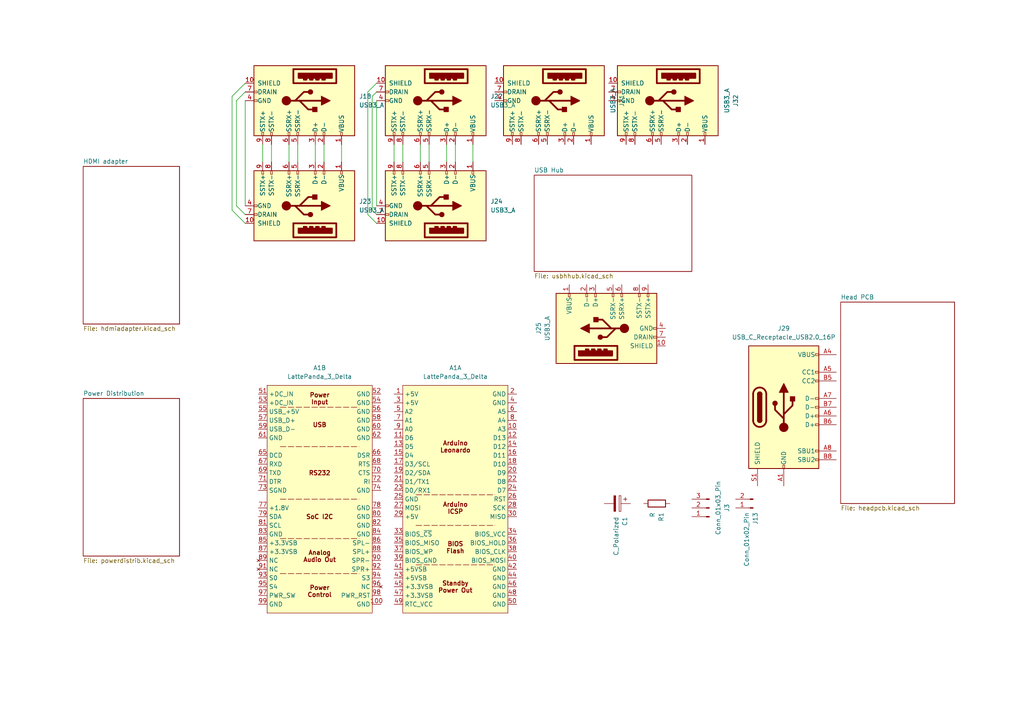
<source format=kicad_sch>
(kicad_sch
	(version 20250114)
	(generator "eeschema")
	(generator_version "9.0")
	(uuid "2ca9dd43-411d-4cc5-8a4b-ed00d72bae91")
	(paper "A4")
	(lib_symbols
		(symbol "Connector:Conn_01x02_Pin"
			(pin_names
				(offset 1.016)
				(hide yes)
			)
			(exclude_from_sim no)
			(in_bom yes)
			(on_board yes)
			(property "Reference" "J"
				(at 0 2.54 0)
				(effects
					(font
						(size 1.27 1.27)
					)
				)
			)
			(property "Value" "Conn_01x02_Pin"
				(at 0 -5.08 0)
				(effects
					(font
						(size 1.27 1.27)
					)
				)
			)
			(property "Footprint" ""
				(at 0 0 0)
				(effects
					(font
						(size 1.27 1.27)
					)
					(hide yes)
				)
			)
			(property "Datasheet" "~"
				(at 0 0 0)
				(effects
					(font
						(size 1.27 1.27)
					)
					(hide yes)
				)
			)
			(property "Description" "Generic connector, single row, 01x02, script generated"
				(at 0 0 0)
				(effects
					(font
						(size 1.27 1.27)
					)
					(hide yes)
				)
			)
			(property "ki_locked" ""
				(at 0 0 0)
				(effects
					(font
						(size 1.27 1.27)
					)
				)
			)
			(property "ki_keywords" "connector"
				(at 0 0 0)
				(effects
					(font
						(size 1.27 1.27)
					)
					(hide yes)
				)
			)
			(property "ki_fp_filters" "Connector*:*_1x??_*"
				(at 0 0 0)
				(effects
					(font
						(size 1.27 1.27)
					)
					(hide yes)
				)
			)
			(symbol "Conn_01x02_Pin_1_1"
				(rectangle
					(start 0.8636 0.127)
					(end 0 -0.127)
					(stroke
						(width 0.1524)
						(type default)
					)
					(fill
						(type outline)
					)
				)
				(rectangle
					(start 0.8636 -2.413)
					(end 0 -2.667)
					(stroke
						(width 0.1524)
						(type default)
					)
					(fill
						(type outline)
					)
				)
				(polyline
					(pts
						(xy 1.27 0) (xy 0.8636 0)
					)
					(stroke
						(width 0.1524)
						(type default)
					)
					(fill
						(type none)
					)
				)
				(polyline
					(pts
						(xy 1.27 -2.54) (xy 0.8636 -2.54)
					)
					(stroke
						(width 0.1524)
						(type default)
					)
					(fill
						(type none)
					)
				)
				(pin passive line
					(at 5.08 0 180)
					(length 3.81)
					(name "Pin_1"
						(effects
							(font
								(size 1.27 1.27)
							)
						)
					)
					(number "1"
						(effects
							(font
								(size 1.27 1.27)
							)
						)
					)
				)
				(pin passive line
					(at 5.08 -2.54 180)
					(length 3.81)
					(name "Pin_2"
						(effects
							(font
								(size 1.27 1.27)
							)
						)
					)
					(number "2"
						(effects
							(font
								(size 1.27 1.27)
							)
						)
					)
				)
			)
			(embedded_fonts no)
		)
		(symbol "Connector:Conn_01x03_Pin"
			(pin_names
				(offset 1.016)
				(hide yes)
			)
			(exclude_from_sim no)
			(in_bom yes)
			(on_board yes)
			(property "Reference" "J"
				(at 0 5.08 0)
				(effects
					(font
						(size 1.27 1.27)
					)
				)
			)
			(property "Value" "Conn_01x03_Pin"
				(at 0 -5.08 0)
				(effects
					(font
						(size 1.27 1.27)
					)
				)
			)
			(property "Footprint" ""
				(at 0 0 0)
				(effects
					(font
						(size 1.27 1.27)
					)
					(hide yes)
				)
			)
			(property "Datasheet" "~"
				(at 0 0 0)
				(effects
					(font
						(size 1.27 1.27)
					)
					(hide yes)
				)
			)
			(property "Description" "Generic connector, single row, 01x03, script generated"
				(at 0 0 0)
				(effects
					(font
						(size 1.27 1.27)
					)
					(hide yes)
				)
			)
			(property "ki_locked" ""
				(at 0 0 0)
				(effects
					(font
						(size 1.27 1.27)
					)
				)
			)
			(property "ki_keywords" "connector"
				(at 0 0 0)
				(effects
					(font
						(size 1.27 1.27)
					)
					(hide yes)
				)
			)
			(property "ki_fp_filters" "Connector*:*_1x??_*"
				(at 0 0 0)
				(effects
					(font
						(size 1.27 1.27)
					)
					(hide yes)
				)
			)
			(symbol "Conn_01x03_Pin_1_1"
				(rectangle
					(start 0.8636 2.667)
					(end 0 2.413)
					(stroke
						(width 0.1524)
						(type default)
					)
					(fill
						(type outline)
					)
				)
				(rectangle
					(start 0.8636 0.127)
					(end 0 -0.127)
					(stroke
						(width 0.1524)
						(type default)
					)
					(fill
						(type outline)
					)
				)
				(rectangle
					(start 0.8636 -2.413)
					(end 0 -2.667)
					(stroke
						(width 0.1524)
						(type default)
					)
					(fill
						(type outline)
					)
				)
				(polyline
					(pts
						(xy 1.27 2.54) (xy 0.8636 2.54)
					)
					(stroke
						(width 0.1524)
						(type default)
					)
					(fill
						(type none)
					)
				)
				(polyline
					(pts
						(xy 1.27 0) (xy 0.8636 0)
					)
					(stroke
						(width 0.1524)
						(type default)
					)
					(fill
						(type none)
					)
				)
				(polyline
					(pts
						(xy 1.27 -2.54) (xy 0.8636 -2.54)
					)
					(stroke
						(width 0.1524)
						(type default)
					)
					(fill
						(type none)
					)
				)
				(pin passive line
					(at 5.08 2.54 180)
					(length 3.81)
					(name "Pin_1"
						(effects
							(font
								(size 1.27 1.27)
							)
						)
					)
					(number "1"
						(effects
							(font
								(size 1.27 1.27)
							)
						)
					)
				)
				(pin passive line
					(at 5.08 0 180)
					(length 3.81)
					(name "Pin_2"
						(effects
							(font
								(size 1.27 1.27)
							)
						)
					)
					(number "2"
						(effects
							(font
								(size 1.27 1.27)
							)
						)
					)
				)
				(pin passive line
					(at 5.08 -2.54 180)
					(length 3.81)
					(name "Pin_3"
						(effects
							(font
								(size 1.27 1.27)
							)
						)
					)
					(number "3"
						(effects
							(font
								(size 1.27 1.27)
							)
						)
					)
				)
			)
			(embedded_fonts no)
		)
		(symbol "Connector:USB3_A"
			(pin_names
				(offset 1.016)
			)
			(exclude_from_sim no)
			(in_bom yes)
			(on_board yes)
			(property "Reference" "J"
				(at -10.16 15.24 0)
				(effects
					(font
						(size 1.27 1.27)
					)
					(justify left)
				)
			)
			(property "Value" "USB3_A"
				(at 10.16 15.24 0)
				(effects
					(font
						(size 1.27 1.27)
					)
					(justify right)
				)
			)
			(property "Footprint" ""
				(at 3.81 2.54 0)
				(effects
					(font
						(size 1.27 1.27)
					)
					(hide yes)
				)
			)
			(property "Datasheet" "~"
				(at 3.81 2.54 0)
				(effects
					(font
						(size 1.27 1.27)
					)
					(hide yes)
				)
			)
			(property "Description" "USB 3.0 A connector"
				(at 0 0 0)
				(effects
					(font
						(size 1.27 1.27)
					)
					(hide yes)
				)
			)
			(property "ki_keywords" "usb universal serial bus"
				(at 0 0 0)
				(effects
					(font
						(size 1.27 1.27)
					)
					(hide yes)
				)
			)
			(property "ki_fp_filters" "USB3*"
				(at 0 0 0)
				(effects
					(font
						(size 1.27 1.27)
					)
					(hide yes)
				)
			)
			(symbol "USB3_A_0_0"
				(rectangle
					(start -9.144 8.636)
					(end -5.08 -3.81)
					(stroke
						(width 0.508)
						(type default)
					)
					(fill
						(type none)
					)
				)
				(rectangle
					(start -7.874 7.366)
					(end -6.604 -2.286)
					(stroke
						(width 0.508)
						(type default)
					)
					(fill
						(type outline)
					)
				)
				(rectangle
					(start -6.35 5.334)
					(end -6.096 4.572)
					(stroke
						(width 0.508)
						(type default)
					)
					(fill
						(type none)
					)
				)
				(rectangle
					(start -6.35 3.556)
					(end -6.096 2.794)
					(stroke
						(width 0.508)
						(type default)
					)
					(fill
						(type none)
					)
				)
				(rectangle
					(start -6.35 1.778)
					(end -6.096 1.016)
					(stroke
						(width 0.508)
						(type default)
					)
					(fill
						(type none)
					)
				)
				(rectangle
					(start -6.35 0)
					(end -6.096 -0.762)
					(stroke
						(width 0.508)
						(type default)
					)
					(fill
						(type none)
					)
				)
				(rectangle
					(start -2.794 -15.24)
					(end -2.286 -14.224)
					(stroke
						(width 0)
						(type default)
					)
					(fill
						(type none)
					)
				)
				(rectangle
					(start -0.254 -15.24)
					(end 0.254 -14.224)
					(stroke
						(width 0)
						(type default)
					)
					(fill
						(type none)
					)
				)
				(rectangle
					(start 10.16 10.414)
					(end 9.144 9.906)
					(stroke
						(width 0)
						(type default)
					)
					(fill
						(type none)
					)
				)
				(rectangle
					(start 10.16 5.334)
					(end 9.144 4.826)
					(stroke
						(width 0)
						(type default)
					)
					(fill
						(type none)
					)
				)
				(rectangle
					(start 10.16 2.794)
					(end 9.144 2.286)
					(stroke
						(width 0)
						(type default)
					)
					(fill
						(type none)
					)
				)
				(rectangle
					(start 10.16 -2.286)
					(end 9.144 -2.794)
					(stroke
						(width 0)
						(type default)
					)
					(fill
						(type none)
					)
				)
				(rectangle
					(start 10.16 -4.826)
					(end 9.144 -5.334)
					(stroke
						(width 0)
						(type default)
					)
					(fill
						(type none)
					)
				)
				(rectangle
					(start 10.16 -9.906)
					(end 9.144 -10.414)
					(stroke
						(width 0)
						(type default)
					)
					(fill
						(type none)
					)
				)
				(rectangle
					(start 10.16 -12.446)
					(end 9.144 -12.954)
					(stroke
						(width 0)
						(type default)
					)
					(fill
						(type none)
					)
				)
			)
			(symbol "USB3_A_0_1"
				(rectangle
					(start -10.16 13.97)
					(end 10.16 -15.24)
					(stroke
						(width 0.254)
						(type default)
					)
					(fill
						(type background)
					)
				)
			)
			(symbol "USB3_A_1_1"
				(circle
					(center -2.54 1.143)
					(radius 0.635)
					(stroke
						(width 0.254)
						(type default)
					)
					(fill
						(type outline)
					)
				)
				(polyline
					(pts
						(xy -1.27 4.318) (xy 0 6.858) (xy 1.27 4.318) (xy -1.27 4.318)
					)
					(stroke
						(width 0.254)
						(type default)
					)
					(fill
						(type outline)
					)
				)
				(polyline
					(pts
						(xy 0 -2.032) (xy 2.54 0.508) (xy 2.54 1.778)
					)
					(stroke
						(width 0.508)
						(type default)
					)
					(fill
						(type none)
					)
				)
				(polyline
					(pts
						(xy 0 -3.302) (xy -2.54 -0.762) (xy -2.54 0.508)
					)
					(stroke
						(width 0.508)
						(type default)
					)
					(fill
						(type none)
					)
				)
				(polyline
					(pts
						(xy 0 -5.842) (xy 0 4.318)
					)
					(stroke
						(width 0.508)
						(type default)
					)
					(fill
						(type none)
					)
				)
				(circle
					(center 0 -5.842)
					(radius 1.27)
					(stroke
						(width 0)
						(type default)
					)
					(fill
						(type outline)
					)
				)
				(rectangle
					(start 1.905 1.778)
					(end 3.175 3.048)
					(stroke
						(width 0.254)
						(type default)
					)
					(fill
						(type outline)
					)
				)
				(pin passive line
					(at -5.08 -17.78 90)
					(length 2.54)
					(name "SHIELD"
						(effects
							(font
								(size 1.27 1.27)
							)
						)
					)
					(number "10"
						(effects
							(font
								(size 1.27 1.27)
							)
						)
					)
				)
				(pin passive line
					(at -2.54 -17.78 90)
					(length 2.54)
					(name "DRAIN"
						(effects
							(font
								(size 1.27 1.27)
							)
						)
					)
					(number "7"
						(effects
							(font
								(size 1.27 1.27)
							)
						)
					)
				)
				(pin power_in line
					(at 0 -17.78 90)
					(length 2.54)
					(name "GND"
						(effects
							(font
								(size 1.27 1.27)
							)
						)
					)
					(number "4"
						(effects
							(font
								(size 1.27 1.27)
							)
						)
					)
				)
				(pin power_in line
					(at 12.7 10.16 180)
					(length 2.54)
					(name "VBUS"
						(effects
							(font
								(size 1.27 1.27)
							)
						)
					)
					(number "1"
						(effects
							(font
								(size 1.27 1.27)
							)
						)
					)
				)
				(pin bidirectional line
					(at 12.7 5.08 180)
					(length 2.54)
					(name "D-"
						(effects
							(font
								(size 1.27 1.27)
							)
						)
					)
					(number "2"
						(effects
							(font
								(size 1.27 1.27)
							)
						)
					)
				)
				(pin bidirectional line
					(at 12.7 2.54 180)
					(length 2.54)
					(name "D+"
						(effects
							(font
								(size 1.27 1.27)
							)
						)
					)
					(number "3"
						(effects
							(font
								(size 1.27 1.27)
							)
						)
					)
				)
				(pin output line
					(at 12.7 -2.54 180)
					(length 2.54)
					(name "SSRX-"
						(effects
							(font
								(size 1.27 1.27)
							)
						)
					)
					(number "5"
						(effects
							(font
								(size 1.27 1.27)
							)
						)
					)
				)
				(pin output line
					(at 12.7 -5.08 180)
					(length 2.54)
					(name "SSRX+"
						(effects
							(font
								(size 1.27 1.27)
							)
						)
					)
					(number "6"
						(effects
							(font
								(size 1.27 1.27)
							)
						)
					)
				)
				(pin input line
					(at 12.7 -10.16 180)
					(length 2.54)
					(name "SSTX-"
						(effects
							(font
								(size 1.27 1.27)
							)
						)
					)
					(number "8"
						(effects
							(font
								(size 1.27 1.27)
							)
						)
					)
				)
				(pin input line
					(at 12.7 -12.7 180)
					(length 2.54)
					(name "SSTX+"
						(effects
							(font
								(size 1.27 1.27)
							)
						)
					)
					(number "9"
						(effects
							(font
								(size 1.27 1.27)
							)
						)
					)
				)
			)
			(embedded_fonts no)
		)
		(symbol "Connector:USB_C_Receptacle_USB2.0_16P"
			(pin_names
				(offset 1.016)
			)
			(exclude_from_sim no)
			(in_bom yes)
			(on_board yes)
			(property "Reference" "J"
				(at 0 22.225 0)
				(effects
					(font
						(size 1.27 1.27)
					)
				)
			)
			(property "Value" "USB_C_Receptacle_USB2.0_16P"
				(at 0 19.685 0)
				(effects
					(font
						(size 1.27 1.27)
					)
				)
			)
			(property "Footprint" ""
				(at 3.81 0 0)
				(effects
					(font
						(size 1.27 1.27)
					)
					(hide yes)
				)
			)
			(property "Datasheet" "https://www.usb.org/sites/default/files/documents/usb_type-c.zip"
				(at 3.81 0 0)
				(effects
					(font
						(size 1.27 1.27)
					)
					(hide yes)
				)
			)
			(property "Description" "USB 2.0-only 16P Type-C Receptacle connector"
				(at 0 0 0)
				(effects
					(font
						(size 1.27 1.27)
					)
					(hide yes)
				)
			)
			(property "ki_keywords" "usb universal serial bus type-C USB2.0"
				(at 0 0 0)
				(effects
					(font
						(size 1.27 1.27)
					)
					(hide yes)
				)
			)
			(property "ki_fp_filters" "USB*C*Receptacle*"
				(at 0 0 0)
				(effects
					(font
						(size 1.27 1.27)
					)
					(hide yes)
				)
			)
			(symbol "USB_C_Receptacle_USB2.0_16P_0_0"
				(rectangle
					(start -0.254 -17.78)
					(end 0.254 -16.764)
					(stroke
						(width 0)
						(type default)
					)
					(fill
						(type none)
					)
				)
				(rectangle
					(start 10.16 15.494)
					(end 9.144 14.986)
					(stroke
						(width 0)
						(type default)
					)
					(fill
						(type none)
					)
				)
				(rectangle
					(start 10.16 10.414)
					(end 9.144 9.906)
					(stroke
						(width 0)
						(type default)
					)
					(fill
						(type none)
					)
				)
				(rectangle
					(start 10.16 7.874)
					(end 9.144 7.366)
					(stroke
						(width 0)
						(type default)
					)
					(fill
						(type none)
					)
				)
				(rectangle
					(start 10.16 2.794)
					(end 9.144 2.286)
					(stroke
						(width 0)
						(type default)
					)
					(fill
						(type none)
					)
				)
				(rectangle
					(start 10.16 0.254)
					(end 9.144 -0.254)
					(stroke
						(width 0)
						(type default)
					)
					(fill
						(type none)
					)
				)
				(rectangle
					(start 10.16 -2.286)
					(end 9.144 -2.794)
					(stroke
						(width 0)
						(type default)
					)
					(fill
						(type none)
					)
				)
				(rectangle
					(start 10.16 -4.826)
					(end 9.144 -5.334)
					(stroke
						(width 0)
						(type default)
					)
					(fill
						(type none)
					)
				)
				(rectangle
					(start 10.16 -12.446)
					(end 9.144 -12.954)
					(stroke
						(width 0)
						(type default)
					)
					(fill
						(type none)
					)
				)
				(rectangle
					(start 10.16 -14.986)
					(end 9.144 -15.494)
					(stroke
						(width 0)
						(type default)
					)
					(fill
						(type none)
					)
				)
			)
			(symbol "USB_C_Receptacle_USB2.0_16P_0_1"
				(rectangle
					(start -10.16 17.78)
					(end 10.16 -17.78)
					(stroke
						(width 0.254)
						(type default)
					)
					(fill
						(type background)
					)
				)
				(polyline
					(pts
						(xy -8.89 -3.81) (xy -8.89 3.81)
					)
					(stroke
						(width 0.508)
						(type default)
					)
					(fill
						(type none)
					)
				)
				(rectangle
					(start -7.62 -3.81)
					(end -6.35 3.81)
					(stroke
						(width 0.254)
						(type default)
					)
					(fill
						(type outline)
					)
				)
				(arc
					(start -7.62 3.81)
					(mid -6.985 4.4423)
					(end -6.35 3.81)
					(stroke
						(width 0.254)
						(type default)
					)
					(fill
						(type none)
					)
				)
				(arc
					(start -7.62 3.81)
					(mid -6.985 4.4423)
					(end -6.35 3.81)
					(stroke
						(width 0.254)
						(type default)
					)
					(fill
						(type outline)
					)
				)
				(arc
					(start -8.89 3.81)
					(mid -6.985 5.7067)
					(end -5.08 3.81)
					(stroke
						(width 0.508)
						(type default)
					)
					(fill
						(type none)
					)
				)
				(arc
					(start -5.08 -3.81)
					(mid -6.985 -5.7067)
					(end -8.89 -3.81)
					(stroke
						(width 0.508)
						(type default)
					)
					(fill
						(type none)
					)
				)
				(arc
					(start -6.35 -3.81)
					(mid -6.985 -4.4423)
					(end -7.62 -3.81)
					(stroke
						(width 0.254)
						(type default)
					)
					(fill
						(type none)
					)
				)
				(arc
					(start -6.35 -3.81)
					(mid -6.985 -4.4423)
					(end -7.62 -3.81)
					(stroke
						(width 0.254)
						(type default)
					)
					(fill
						(type outline)
					)
				)
				(polyline
					(pts
						(xy -5.08 3.81) (xy -5.08 -3.81)
					)
					(stroke
						(width 0.508)
						(type default)
					)
					(fill
						(type none)
					)
				)
				(circle
					(center -2.54 1.143)
					(radius 0.635)
					(stroke
						(width 0.254)
						(type default)
					)
					(fill
						(type outline)
					)
				)
				(polyline
					(pts
						(xy -1.27 4.318) (xy 0 6.858) (xy 1.27 4.318) (xy -1.27 4.318)
					)
					(stroke
						(width 0.254)
						(type default)
					)
					(fill
						(type outline)
					)
				)
				(polyline
					(pts
						(xy 0 -2.032) (xy 2.54 0.508) (xy 2.54 1.778)
					)
					(stroke
						(width 0.508)
						(type default)
					)
					(fill
						(type none)
					)
				)
				(polyline
					(pts
						(xy 0 -3.302) (xy -2.54 -0.762) (xy -2.54 0.508)
					)
					(stroke
						(width 0.508)
						(type default)
					)
					(fill
						(type none)
					)
				)
				(polyline
					(pts
						(xy 0 -5.842) (xy 0 4.318)
					)
					(stroke
						(width 0.508)
						(type default)
					)
					(fill
						(type none)
					)
				)
				(circle
					(center 0 -5.842)
					(radius 1.27)
					(stroke
						(width 0)
						(type default)
					)
					(fill
						(type outline)
					)
				)
				(rectangle
					(start 1.905 1.778)
					(end 3.175 3.048)
					(stroke
						(width 0.254)
						(type default)
					)
					(fill
						(type outline)
					)
				)
			)
			(symbol "USB_C_Receptacle_USB2.0_16P_1_1"
				(pin passive line
					(at -7.62 -22.86 90)
					(length 5.08)
					(name "SHIELD"
						(effects
							(font
								(size 1.27 1.27)
							)
						)
					)
					(number "S1"
						(effects
							(font
								(size 1.27 1.27)
							)
						)
					)
				)
				(pin passive line
					(at 0 -22.86 90)
					(length 5.08)
					(name "GND"
						(effects
							(font
								(size 1.27 1.27)
							)
						)
					)
					(number "A1"
						(effects
							(font
								(size 1.27 1.27)
							)
						)
					)
				)
				(pin passive line
					(at 0 -22.86 90)
					(length 5.08)
					(hide yes)
					(name "GND"
						(effects
							(font
								(size 1.27 1.27)
							)
						)
					)
					(number "A12"
						(effects
							(font
								(size 1.27 1.27)
							)
						)
					)
				)
				(pin passive line
					(at 0 -22.86 90)
					(length 5.08)
					(hide yes)
					(name "GND"
						(effects
							(font
								(size 1.27 1.27)
							)
						)
					)
					(number "B1"
						(effects
							(font
								(size 1.27 1.27)
							)
						)
					)
				)
				(pin passive line
					(at 0 -22.86 90)
					(length 5.08)
					(hide yes)
					(name "GND"
						(effects
							(font
								(size 1.27 1.27)
							)
						)
					)
					(number "B12"
						(effects
							(font
								(size 1.27 1.27)
							)
						)
					)
				)
				(pin passive line
					(at 15.24 15.24 180)
					(length 5.08)
					(name "VBUS"
						(effects
							(font
								(size 1.27 1.27)
							)
						)
					)
					(number "A4"
						(effects
							(font
								(size 1.27 1.27)
							)
						)
					)
				)
				(pin passive line
					(at 15.24 15.24 180)
					(length 5.08)
					(hide yes)
					(name "VBUS"
						(effects
							(font
								(size 1.27 1.27)
							)
						)
					)
					(number "A9"
						(effects
							(font
								(size 1.27 1.27)
							)
						)
					)
				)
				(pin passive line
					(at 15.24 15.24 180)
					(length 5.08)
					(hide yes)
					(name "VBUS"
						(effects
							(font
								(size 1.27 1.27)
							)
						)
					)
					(number "B4"
						(effects
							(font
								(size 1.27 1.27)
							)
						)
					)
				)
				(pin passive line
					(at 15.24 15.24 180)
					(length 5.08)
					(hide yes)
					(name "VBUS"
						(effects
							(font
								(size 1.27 1.27)
							)
						)
					)
					(number "B9"
						(effects
							(font
								(size 1.27 1.27)
							)
						)
					)
				)
				(pin bidirectional line
					(at 15.24 10.16 180)
					(length 5.08)
					(name "CC1"
						(effects
							(font
								(size 1.27 1.27)
							)
						)
					)
					(number "A5"
						(effects
							(font
								(size 1.27 1.27)
							)
						)
					)
				)
				(pin bidirectional line
					(at 15.24 7.62 180)
					(length 5.08)
					(name "CC2"
						(effects
							(font
								(size 1.27 1.27)
							)
						)
					)
					(number "B5"
						(effects
							(font
								(size 1.27 1.27)
							)
						)
					)
				)
				(pin bidirectional line
					(at 15.24 2.54 180)
					(length 5.08)
					(name "D-"
						(effects
							(font
								(size 1.27 1.27)
							)
						)
					)
					(number "A7"
						(effects
							(font
								(size 1.27 1.27)
							)
						)
					)
				)
				(pin bidirectional line
					(at 15.24 0 180)
					(length 5.08)
					(name "D-"
						(effects
							(font
								(size 1.27 1.27)
							)
						)
					)
					(number "B7"
						(effects
							(font
								(size 1.27 1.27)
							)
						)
					)
				)
				(pin bidirectional line
					(at 15.24 -2.54 180)
					(length 5.08)
					(name "D+"
						(effects
							(font
								(size 1.27 1.27)
							)
						)
					)
					(number "A6"
						(effects
							(font
								(size 1.27 1.27)
							)
						)
					)
				)
				(pin bidirectional line
					(at 15.24 -5.08 180)
					(length 5.08)
					(name "D+"
						(effects
							(font
								(size 1.27 1.27)
							)
						)
					)
					(number "B6"
						(effects
							(font
								(size 1.27 1.27)
							)
						)
					)
				)
				(pin bidirectional line
					(at 15.24 -12.7 180)
					(length 5.08)
					(name "SBU1"
						(effects
							(font
								(size 1.27 1.27)
							)
						)
					)
					(number "A8"
						(effects
							(font
								(size 1.27 1.27)
							)
						)
					)
				)
				(pin bidirectional line
					(at 15.24 -15.24 180)
					(length 5.08)
					(name "SBU2"
						(effects
							(font
								(size 1.27 1.27)
							)
						)
					)
					(number "B8"
						(effects
							(font
								(size 1.27 1.27)
							)
						)
					)
				)
			)
			(embedded_fonts no)
		)
		(symbol "Device:C_Polarized"
			(pin_numbers
				(hide yes)
			)
			(pin_names
				(offset 0.254)
			)
			(exclude_from_sim no)
			(in_bom yes)
			(on_board yes)
			(property "Reference" "C"
				(at 0.635 2.54 0)
				(effects
					(font
						(size 1.27 1.27)
					)
					(justify left)
				)
			)
			(property "Value" "C_Polarized"
				(at 0.635 -2.54 0)
				(effects
					(font
						(size 1.27 1.27)
					)
					(justify left)
				)
			)
			(property "Footprint" ""
				(at 0.9652 -3.81 0)
				(effects
					(font
						(size 1.27 1.27)
					)
					(hide yes)
				)
			)
			(property "Datasheet" "~"
				(at 0 0 0)
				(effects
					(font
						(size 1.27 1.27)
					)
					(hide yes)
				)
			)
			(property "Description" "Polarized capacitor"
				(at 0 0 0)
				(effects
					(font
						(size 1.27 1.27)
					)
					(hide yes)
				)
			)
			(property "ki_keywords" "cap capacitor"
				(at 0 0 0)
				(effects
					(font
						(size 1.27 1.27)
					)
					(hide yes)
				)
			)
			(property "ki_fp_filters" "CP_*"
				(at 0 0 0)
				(effects
					(font
						(size 1.27 1.27)
					)
					(hide yes)
				)
			)
			(symbol "C_Polarized_0_1"
				(rectangle
					(start -2.286 0.508)
					(end 2.286 1.016)
					(stroke
						(width 0)
						(type default)
					)
					(fill
						(type none)
					)
				)
				(polyline
					(pts
						(xy -1.778 2.286) (xy -0.762 2.286)
					)
					(stroke
						(width 0)
						(type default)
					)
					(fill
						(type none)
					)
				)
				(polyline
					(pts
						(xy -1.27 2.794) (xy -1.27 1.778)
					)
					(stroke
						(width 0)
						(type default)
					)
					(fill
						(type none)
					)
				)
				(rectangle
					(start 2.286 -0.508)
					(end -2.286 -1.016)
					(stroke
						(width 0)
						(type default)
					)
					(fill
						(type outline)
					)
				)
			)
			(symbol "C_Polarized_1_1"
				(pin passive line
					(at 0 3.81 270)
					(length 2.794)
					(name "~"
						(effects
							(font
								(size 1.27 1.27)
							)
						)
					)
					(number "1"
						(effects
							(font
								(size 1.27 1.27)
							)
						)
					)
				)
				(pin passive line
					(at 0 -3.81 90)
					(length 2.794)
					(name "~"
						(effects
							(font
								(size 1.27 1.27)
							)
						)
					)
					(number "2"
						(effects
							(font
								(size 1.27 1.27)
							)
						)
					)
				)
			)
			(embedded_fonts no)
		)
		(symbol "Device:R"
			(pin_numbers
				(hide yes)
			)
			(pin_names
				(offset 0)
			)
			(exclude_from_sim no)
			(in_bom yes)
			(on_board yes)
			(property "Reference" "R"
				(at 2.032 0 90)
				(effects
					(font
						(size 1.27 1.27)
					)
				)
			)
			(property "Value" "R"
				(at 0 0 90)
				(effects
					(font
						(size 1.27 1.27)
					)
				)
			)
			(property "Footprint" ""
				(at -1.778 0 90)
				(effects
					(font
						(size 1.27 1.27)
					)
					(hide yes)
				)
			)
			(property "Datasheet" "~"
				(at 0 0 0)
				(effects
					(font
						(size 1.27 1.27)
					)
					(hide yes)
				)
			)
			(property "Description" "Resistor"
				(at 0 0 0)
				(effects
					(font
						(size 1.27 1.27)
					)
					(hide yes)
				)
			)
			(property "ki_keywords" "R res resistor"
				(at 0 0 0)
				(effects
					(font
						(size 1.27 1.27)
					)
					(hide yes)
				)
			)
			(property "ki_fp_filters" "R_*"
				(at 0 0 0)
				(effects
					(font
						(size 1.27 1.27)
					)
					(hide yes)
				)
			)
			(symbol "R_0_1"
				(rectangle
					(start -1.016 -2.54)
					(end 1.016 2.54)
					(stroke
						(width 0.254)
						(type default)
					)
					(fill
						(type none)
					)
				)
			)
			(symbol "R_1_1"
				(pin passive line
					(at 0 3.81 270)
					(length 1.27)
					(name "~"
						(effects
							(font
								(size 1.27 1.27)
							)
						)
					)
					(number "1"
						(effects
							(font
								(size 1.27 1.27)
							)
						)
					)
				)
				(pin passive line
					(at 0 -3.81 90)
					(length 1.27)
					(name "~"
						(effects
							(font
								(size 1.27 1.27)
							)
						)
					)
					(number "2"
						(effects
							(font
								(size 1.27 1.27)
							)
						)
					)
				)
			)
			(embedded_fonts no)
		)
		(symbol "SBC_Module_LattePanda:LattePanda_3_Delta"
			(exclude_from_sim no)
			(in_bom yes)
			(on_board yes)
			(property "Reference" "A"
				(at -15.24 34.29 0)
				(effects
					(font
						(size 1.27 1.27)
					)
					(justify left bottom)
				)
			)
			(property "Value" "LattePanda_3_Delta"
				(at 0 -35.56 0)
				(effects
					(font
						(size 1.27 1.27)
					)
				)
			)
			(property "Footprint" "Module_LattePanda:LattePanda_3_Delta"
				(at 0 0 0)
				(effects
					(font
						(size 1.27 1.27)
					)
					(hide yes)
				)
			)
			(property "Datasheet" "https://docs.lattepanda.com/content/3rd_delta_edition/io_playability/"
				(at 0 0 0)
				(effects
					(font
						(size 1.27 1.27)
					)
					(hide yes)
				)
			)
			(property "Description" "LattePanda 3 Delta Single-board computer with intel quad-core processor, 8G memory, 64G eMMC and Arduino coprocessor"
				(at 0 0 0)
				(effects
					(font
						(size 1.27 1.27)
					)
					(hide yes)
				)
			)
			(property "ki_keywords" "LattePanda 3 Delta Single board computer SBC Hat"
				(at 0 0 0)
				(effects
					(font
						(size 1.27 1.27)
					)
					(hide yes)
				)
			)
			(property "ki_fp_filters" "LattePanda*"
				(at 0 0 0)
				(effects
					(font
						(size 1.27 1.27)
					)
					(hide yes)
				)
			)
			(symbol "LattePanda_3_Delta_0_1"
				(rectangle
					(start -15.24 33.02)
					(end 15.24 -33.02)
					(stroke
						(width 0)
						(type default)
					)
					(fill
						(type background)
					)
				)
			)
			(symbol "LattePanda_3_Delta_1_1"
				(polyline
					(pts
						(xy -11.43 1.27) (xy 11.43 1.27)
					)
					(stroke
						(width 0)
						(type dash)
					)
					(fill
						(type none)
					)
				)
				(polyline
					(pts
						(xy -11.43 -7.62) (xy 11.43 -7.62)
					)
					(stroke
						(width 0)
						(type dash)
					)
					(fill
						(type none)
					)
				)
				(polyline
					(pts
						(xy -11.43 -19.05) (xy 11.43 -19.05)
					)
					(stroke
						(width 0)
						(type dash)
					)
					(fill
						(type none)
					)
				)
				(text "Arduino\nLeonardo"
					(at 0 15.24 0)
					(effects
						(font
							(size 1.27 1.27)
							(bold yes)
						)
					)
				)
				(text "Arduino\nICSP"
					(at 0 -2.54 0)
					(effects
						(font
							(size 1.27 1.27)
							(bold yes)
						)
					)
				)
				(text "BIOS\nFlash"
					(at 0 -13.97 0)
					(effects
						(font
							(size 1.27 1.27)
							(bold yes)
						)
					)
				)
				(text "Standby\nPower Out"
					(at 0 -25.4 0)
					(effects
						(font
							(size 1.27 1.27)
							(bold yes)
						)
					)
				)
				(pin power_out line
					(at -17.78 30.48 0)
					(length 2.54)
					(name "+5V"
						(effects
							(font
								(size 1.27 1.27)
							)
						)
					)
					(number "1"
						(effects
							(font
								(size 1.27 1.27)
							)
						)
					)
				)
				(pin power_out line
					(at -17.78 27.94 0)
					(length 2.54)
					(name "+5V"
						(effects
							(font
								(size 1.27 1.27)
							)
						)
					)
					(number "3"
						(effects
							(font
								(size 1.27 1.27)
							)
						)
					)
				)
				(pin bidirectional line
					(at -17.78 25.4 0)
					(length 2.54)
					(name "A2"
						(effects
							(font
								(size 1.27 1.27)
							)
						)
					)
					(number "5"
						(effects
							(font
								(size 1.27 1.27)
							)
						)
					)
				)
				(pin bidirectional line
					(at -17.78 22.86 0)
					(length 2.54)
					(name "A1"
						(effects
							(font
								(size 1.27 1.27)
							)
						)
					)
					(number "7"
						(effects
							(font
								(size 1.27 1.27)
							)
						)
					)
				)
				(pin bidirectional line
					(at -17.78 20.32 0)
					(length 2.54)
					(name "A0"
						(effects
							(font
								(size 1.27 1.27)
							)
						)
					)
					(number "9"
						(effects
							(font
								(size 1.27 1.27)
							)
						)
					)
				)
				(pin bidirectional line
					(at -17.78 17.78 0)
					(length 2.54)
					(name "D6"
						(effects
							(font
								(size 1.27 1.27)
							)
						)
					)
					(number "11"
						(effects
							(font
								(size 1.27 1.27)
							)
						)
					)
				)
				(pin bidirectional line
					(at -17.78 15.24 0)
					(length 2.54)
					(name "D5"
						(effects
							(font
								(size 1.27 1.27)
							)
						)
					)
					(number "13"
						(effects
							(font
								(size 1.27 1.27)
							)
						)
					)
				)
				(pin bidirectional line
					(at -17.78 12.7 0)
					(length 2.54)
					(name "D4"
						(effects
							(font
								(size 1.27 1.27)
							)
						)
					)
					(number "15"
						(effects
							(font
								(size 1.27 1.27)
							)
						)
					)
				)
				(pin bidirectional line
					(at -17.78 10.16 0)
					(length 2.54)
					(name "D3/SCL"
						(effects
							(font
								(size 1.27 1.27)
							)
						)
					)
					(number "17"
						(effects
							(font
								(size 1.27 1.27)
							)
						)
					)
				)
				(pin bidirectional line
					(at -17.78 7.62 0)
					(length 2.54)
					(name "D2/SDA"
						(effects
							(font
								(size 1.27 1.27)
							)
						)
					)
					(number "19"
						(effects
							(font
								(size 1.27 1.27)
							)
						)
					)
				)
				(pin bidirectional line
					(at -17.78 5.08 0)
					(length 2.54)
					(name "D1/TX1"
						(effects
							(font
								(size 1.27 1.27)
							)
						)
					)
					(number "21"
						(effects
							(font
								(size 1.27 1.27)
							)
						)
					)
				)
				(pin bidirectional line
					(at -17.78 2.54 0)
					(length 2.54)
					(name "D0/RX1"
						(effects
							(font
								(size 1.27 1.27)
							)
						)
					)
					(number "23"
						(effects
							(font
								(size 1.27 1.27)
							)
						)
					)
				)
				(pin power_in line
					(at -17.78 0 0)
					(length 2.54)
					(name "GND"
						(effects
							(font
								(size 1.27 1.27)
							)
						)
					)
					(number "25"
						(effects
							(font
								(size 1.27 1.27)
							)
						)
					)
				)
				(pin input line
					(at -17.78 -2.54 0)
					(length 2.54)
					(name "MOSI"
						(effects
							(font
								(size 1.27 1.27)
							)
						)
					)
					(number "27"
						(effects
							(font
								(size 1.27 1.27)
							)
						)
					)
				)
				(pin power_in line
					(at -17.78 -5.08 0)
					(length 2.54)
					(name "+5V"
						(effects
							(font
								(size 1.27 1.27)
							)
						)
					)
					(number "29"
						(effects
							(font
								(size 1.27 1.27)
							)
						)
					)
				)
				(pin input line
					(at -17.78 -10.16 0)
					(length 2.54)
					(name "BIOS_~{CS}"
						(effects
							(font
								(size 1.27 1.27)
							)
						)
					)
					(number "33"
						(effects
							(font
								(size 1.27 1.27)
							)
						)
					)
				)
				(pin input line
					(at -17.78 -12.7 0)
					(length 2.54)
					(name "BIOS_MISO"
						(effects
							(font
								(size 1.27 1.27)
							)
						)
					)
					(number "35"
						(effects
							(font
								(size 1.27 1.27)
							)
						)
					)
				)
				(pin input line
					(at -17.78 -15.24 0)
					(length 2.54)
					(name "BIOS_WP"
						(effects
							(font
								(size 1.27 1.27)
							)
						)
					)
					(number "37"
						(effects
							(font
								(size 1.27 1.27)
							)
						)
					)
				)
				(pin power_in line
					(at -17.78 -17.78 0)
					(length 2.54)
					(name "BIOS_GND"
						(effects
							(font
								(size 1.27 1.27)
							)
						)
					)
					(number "39"
						(effects
							(font
								(size 1.27 1.27)
							)
						)
					)
				)
				(pin power_out line
					(at -17.78 -20.32 0)
					(length 2.54)
					(name "+5VSB"
						(effects
							(font
								(size 1.27 1.27)
							)
						)
					)
					(number "41"
						(effects
							(font
								(size 1.27 1.27)
							)
						)
					)
				)
				(pin power_out line
					(at -17.78 -22.86 0)
					(length 2.54)
					(name "+5VSB"
						(effects
							(font
								(size 1.27 1.27)
							)
						)
					)
					(number "43"
						(effects
							(font
								(size 1.27 1.27)
							)
						)
					)
				)
				(pin power_out line
					(at -17.78 -25.4 0)
					(length 2.54)
					(name "+3.3VSB"
						(effects
							(font
								(size 1.27 1.27)
							)
						)
					)
					(number "45"
						(effects
							(font
								(size 1.27 1.27)
							)
						)
					)
				)
				(pin power_out line
					(at -17.78 -27.94 0)
					(length 2.54)
					(name "+3.3VSB"
						(effects
							(font
								(size 1.27 1.27)
							)
						)
					)
					(number "47"
						(effects
							(font
								(size 1.27 1.27)
							)
						)
					)
				)
				(pin power_in line
					(at -17.78 -30.48 0)
					(length 2.54)
					(name "RTC_VCC"
						(effects
							(font
								(size 1.27 1.27)
							)
						)
					)
					(number "49"
						(effects
							(font
								(size 1.27 1.27)
							)
						)
					)
				)
				(pin power_in line
					(at 17.78 30.48 180)
					(length 2.54)
					(name "GND"
						(effects
							(font
								(size 1.27 1.27)
							)
						)
					)
					(number "2"
						(effects
							(font
								(size 1.27 1.27)
							)
						)
					)
				)
				(pin power_in line
					(at 17.78 27.94 180)
					(length 2.54)
					(name "GND"
						(effects
							(font
								(size 1.27 1.27)
							)
						)
					)
					(number "4"
						(effects
							(font
								(size 1.27 1.27)
							)
						)
					)
				)
				(pin bidirectional line
					(at 17.78 25.4 180)
					(length 2.54)
					(name "A5"
						(effects
							(font
								(size 1.27 1.27)
							)
						)
					)
					(number "6"
						(effects
							(font
								(size 1.27 1.27)
							)
						)
					)
				)
				(pin bidirectional line
					(at 17.78 22.86 180)
					(length 2.54)
					(name "A4"
						(effects
							(font
								(size 1.27 1.27)
							)
						)
					)
					(number "8"
						(effects
							(font
								(size 1.27 1.27)
							)
						)
					)
				)
				(pin bidirectional line
					(at 17.78 20.32 180)
					(length 2.54)
					(name "A3"
						(effects
							(font
								(size 1.27 1.27)
							)
						)
					)
					(number "10"
						(effects
							(font
								(size 1.27 1.27)
							)
						)
					)
				)
				(pin bidirectional line
					(at 17.78 17.78 180)
					(length 2.54)
					(name "D13"
						(effects
							(font
								(size 1.27 1.27)
							)
						)
					)
					(number "12"
						(effects
							(font
								(size 1.27 1.27)
							)
						)
					)
				)
				(pin bidirectional line
					(at 17.78 15.24 180)
					(length 2.54)
					(name "D12"
						(effects
							(font
								(size 1.27 1.27)
							)
						)
					)
					(number "14"
						(effects
							(font
								(size 1.27 1.27)
							)
						)
					)
				)
				(pin bidirectional line
					(at 17.78 12.7 180)
					(length 2.54)
					(name "D11"
						(effects
							(font
								(size 1.27 1.27)
							)
						)
					)
					(number "16"
						(effects
							(font
								(size 1.27 1.27)
							)
						)
					)
				)
				(pin bidirectional line
					(at 17.78 10.16 180)
					(length 2.54)
					(name "D10"
						(effects
							(font
								(size 1.27 1.27)
							)
						)
					)
					(number "18"
						(effects
							(font
								(size 1.27 1.27)
							)
						)
					)
				)
				(pin bidirectional line
					(at 17.78 7.62 180)
					(length 2.54)
					(name "D9"
						(effects
							(font
								(size 1.27 1.27)
							)
						)
					)
					(number "20"
						(effects
							(font
								(size 1.27 1.27)
							)
						)
					)
				)
				(pin bidirectional line
					(at 17.78 5.08 180)
					(length 2.54)
					(name "D8"
						(effects
							(font
								(size 1.27 1.27)
							)
						)
					)
					(number "22"
						(effects
							(font
								(size 1.27 1.27)
							)
						)
					)
				)
				(pin bidirectional line
					(at 17.78 2.54 180)
					(length 2.54)
					(name "D7"
						(effects
							(font
								(size 1.27 1.27)
							)
						)
					)
					(number "24"
						(effects
							(font
								(size 1.27 1.27)
							)
						)
					)
				)
				(pin input line
					(at 17.78 0 180)
					(length 2.54)
					(name "RST"
						(effects
							(font
								(size 1.27 1.27)
							)
						)
					)
					(number "26"
						(effects
							(font
								(size 1.27 1.27)
							)
						)
					)
				)
				(pin input line
					(at 17.78 -2.54 180)
					(length 2.54)
					(name "SCK"
						(effects
							(font
								(size 1.27 1.27)
							)
						)
					)
					(number "28"
						(effects
							(font
								(size 1.27 1.27)
							)
						)
					)
				)
				(pin input line
					(at 17.78 -5.08 180)
					(length 2.54)
					(name "MISO"
						(effects
							(font
								(size 1.27 1.27)
							)
						)
					)
					(number "30"
						(effects
							(font
								(size 1.27 1.27)
							)
						)
					)
				)
				(pin power_in line
					(at 17.78 -10.16 180)
					(length 2.54)
					(name "BIOS_VCC"
						(effects
							(font
								(size 1.27 1.27)
							)
						)
					)
					(number "34"
						(effects
							(font
								(size 1.27 1.27)
							)
						)
					)
				)
				(pin input line
					(at 17.78 -12.7 180)
					(length 2.54)
					(name "BIOS_HOLD"
						(effects
							(font
								(size 1.27 1.27)
							)
						)
					)
					(number "36"
						(effects
							(font
								(size 1.27 1.27)
							)
						)
					)
				)
				(pin input line
					(at 17.78 -15.24 180)
					(length 2.54)
					(name "BIOS_CLK"
						(effects
							(font
								(size 1.27 1.27)
							)
						)
					)
					(number "38"
						(effects
							(font
								(size 1.27 1.27)
							)
						)
					)
				)
				(pin input line
					(at 17.78 -17.78 180)
					(length 2.54)
					(name "BIOS_MOSI"
						(effects
							(font
								(size 1.27 1.27)
							)
						)
					)
					(number "40"
						(effects
							(font
								(size 1.27 1.27)
							)
						)
					)
				)
				(pin power_in line
					(at 17.78 -20.32 180)
					(length 2.54)
					(name "GND"
						(effects
							(font
								(size 1.27 1.27)
							)
						)
					)
					(number "42"
						(effects
							(font
								(size 1.27 1.27)
							)
						)
					)
				)
				(pin power_in line
					(at 17.78 -22.86 180)
					(length 2.54)
					(name "GND"
						(effects
							(font
								(size 1.27 1.27)
							)
						)
					)
					(number "44"
						(effects
							(font
								(size 1.27 1.27)
							)
						)
					)
				)
				(pin power_in line
					(at 17.78 -25.4 180)
					(length 2.54)
					(name "GND"
						(effects
							(font
								(size 1.27 1.27)
							)
						)
					)
					(number "46"
						(effects
							(font
								(size 1.27 1.27)
							)
						)
					)
				)
				(pin power_in line
					(at 17.78 -27.94 180)
					(length 2.54)
					(name "GND"
						(effects
							(font
								(size 1.27 1.27)
							)
						)
					)
					(number "48"
						(effects
							(font
								(size 1.27 1.27)
							)
						)
					)
				)
				(pin power_in line
					(at 17.78 -30.48 180)
					(length 2.54)
					(name "GND"
						(effects
							(font
								(size 1.27 1.27)
							)
						)
					)
					(number "50"
						(effects
							(font
								(size 1.27 1.27)
							)
						)
					)
				)
			)
			(symbol "LattePanda_3_Delta_2_1"
				(polyline
					(pts
						(xy -11.43 26.67) (xy 11.43 26.67)
					)
					(stroke
						(width 0)
						(type dash)
					)
					(fill
						(type none)
					)
				)
				(polyline
					(pts
						(xy -11.43 15.24) (xy 11.43 15.24)
					)
					(stroke
						(width 0)
						(type dash)
					)
					(fill
						(type none)
					)
				)
				(polyline
					(pts
						(xy -11.43 0) (xy 11.43 0)
					)
					(stroke
						(width 0)
						(type dash)
					)
					(fill
						(type none)
					)
				)
				(polyline
					(pts
						(xy -11.43 -11.43) (xy 11.43 -11.43)
					)
					(stroke
						(width 0)
						(type dash)
					)
					(fill
						(type none)
					)
				)
				(polyline
					(pts
						(xy -11.43 -21.59) (xy 11.43 -21.59)
					)
					(stroke
						(width 0)
						(type dash)
					)
					(fill
						(type none)
					)
				)
				(text "Power\nInput"
					(at 0 29.21 0)
					(effects
						(font
							(size 1.27 1.27)
							(bold yes)
						)
					)
				)
				(text "USB"
					(at 0 21.59 0)
					(effects
						(font
							(size 1.27 1.27)
							(bold yes)
						)
					)
				)
				(text "RS232"
					(at 0 7.62 0)
					(effects
						(font
							(size 1.27 1.27)
							(bold yes)
						)
					)
				)
				(text "SoC I2C"
					(at 0 -5.08 0)
					(effects
						(font
							(size 1.27 1.27)
							(bold yes)
						)
					)
				)
				(text "Analog\nAudio Out"
					(at 0 -16.51 0)
					(effects
						(font
							(size 1.27 1.27)
							(bold yes)
						)
					)
				)
				(text "Power\nControl"
					(at 0 -26.67 0)
					(effects
						(font
							(size 1.27 1.27)
							(bold yes)
						)
					)
				)
				(pin power_in line
					(at -17.78 30.48 0)
					(length 2.54)
					(name "+DC_IN"
						(effects
							(font
								(size 1.27 1.27)
							)
						)
					)
					(number "51"
						(effects
							(font
								(size 1.27 1.27)
							)
						)
					)
				)
				(pin power_in line
					(at -17.78 27.94 0)
					(length 2.54)
					(name "+DC_IN"
						(effects
							(font
								(size 1.27 1.27)
							)
						)
					)
					(number "53"
						(effects
							(font
								(size 1.27 1.27)
							)
						)
					)
				)
				(pin power_out line
					(at -17.78 25.4 0)
					(length 2.54)
					(name "USB_+5V"
						(effects
							(font
								(size 1.27 1.27)
							)
						)
					)
					(number "55"
						(effects
							(font
								(size 1.27 1.27)
							)
						)
					)
				)
				(pin bidirectional line
					(at -17.78 22.86 0)
					(length 2.54)
					(name "USB_D+"
						(effects
							(font
								(size 1.27 1.27)
							)
						)
					)
					(number "57"
						(effects
							(font
								(size 1.27 1.27)
							)
						)
					)
				)
				(pin bidirectional line
					(at -17.78 20.32 0)
					(length 2.54)
					(name "USB_D-"
						(effects
							(font
								(size 1.27 1.27)
							)
						)
					)
					(number "59"
						(effects
							(font
								(size 1.27 1.27)
							)
						)
					)
				)
				(pin power_in line
					(at -17.78 17.78 0)
					(length 2.54)
					(name "GND"
						(effects
							(font
								(size 1.27 1.27)
							)
						)
					)
					(number "61"
						(effects
							(font
								(size 1.27 1.27)
							)
						)
					)
				)
				(pin input line
					(at -17.78 12.7 0)
					(length 2.54)
					(name "DCD"
						(effects
							(font
								(size 1.27 1.27)
							)
						)
					)
					(number "65"
						(effects
							(font
								(size 1.27 1.27)
							)
						)
					)
				)
				(pin input line
					(at -17.78 10.16 0)
					(length 2.54)
					(name "RXD"
						(effects
							(font
								(size 1.27 1.27)
							)
						)
					)
					(number "67"
						(effects
							(font
								(size 1.27 1.27)
							)
						)
					)
				)
				(pin output line
					(at -17.78 7.62 0)
					(length 2.54)
					(name "TXD"
						(effects
							(font
								(size 1.27 1.27)
							)
						)
					)
					(number "69"
						(effects
							(font
								(size 1.27 1.27)
							)
						)
					)
				)
				(pin output line
					(at -17.78 5.08 0)
					(length 2.54)
					(name "DTR"
						(effects
							(font
								(size 1.27 1.27)
							)
						)
					)
					(number "71"
						(effects
							(font
								(size 1.27 1.27)
							)
						)
					)
				)
				(pin passive line
					(at -17.78 2.54 0)
					(length 2.54)
					(name "SGND"
						(effects
							(font
								(size 1.27 1.27)
							)
						)
					)
					(number "73"
						(effects
							(font
								(size 1.27 1.27)
							)
						)
					)
				)
				(pin power_out line
					(at -17.78 -2.54 0)
					(length 2.54)
					(name "+1.8V"
						(effects
							(font
								(size 1.27 1.27)
							)
						)
					)
					(number "77"
						(effects
							(font
								(size 1.27 1.27)
							)
						)
					)
				)
				(pin bidirectional line
					(at -17.78 -5.08 0)
					(length 2.54)
					(name "SDA"
						(effects
							(font
								(size 1.27 1.27)
							)
						)
					)
					(number "79"
						(effects
							(font
								(size 1.27 1.27)
							)
						)
					)
				)
				(pin output line
					(at -17.78 -7.62 0)
					(length 2.54)
					(name "SCL"
						(effects
							(font
								(size 1.27 1.27)
							)
						)
					)
					(number "81"
						(effects
							(font
								(size 1.27 1.27)
							)
						)
					)
				)
				(pin power_in line
					(at -17.78 -10.16 0)
					(length 2.54)
					(name "GND"
						(effects
							(font
								(size 1.27 1.27)
							)
						)
					)
					(number "83"
						(effects
							(font
								(size 1.27 1.27)
							)
						)
					)
				)
				(pin power_out line
					(at -17.78 -12.7 0)
					(length 2.54)
					(name "+3.3VSB"
						(effects
							(font
								(size 1.27 1.27)
							)
						)
					)
					(number "85"
						(effects
							(font
								(size 1.27 1.27)
							)
						)
					)
				)
				(pin power_out line
					(at -17.78 -15.24 0)
					(length 2.54)
					(name "+3.3VSB"
						(effects
							(font
								(size 1.27 1.27)
							)
						)
					)
					(number "87"
						(effects
							(font
								(size 1.27 1.27)
							)
						)
					)
				)
				(pin no_connect line
					(at -17.78 -17.78 0)
					(length 2.54)
					(name "NC"
						(effects
							(font
								(size 1.27 1.27)
							)
						)
					)
					(number "89"
						(effects
							(font
								(size 1.27 1.27)
							)
						)
					)
				)
				(pin no_connect line
					(at -17.78 -20.32 0)
					(length 2.54)
					(name "NC"
						(effects
							(font
								(size 1.27 1.27)
							)
						)
					)
					(number "91"
						(effects
							(font
								(size 1.27 1.27)
							)
						)
					)
				)
				(pin output line
					(at -17.78 -22.86 0)
					(length 2.54)
					(name "S0"
						(effects
							(font
								(size 1.27 1.27)
							)
						)
					)
					(number "93"
						(effects
							(font
								(size 1.27 1.27)
							)
						)
					)
				)
				(pin output line
					(at -17.78 -25.4 0)
					(length 2.54)
					(name "S4"
						(effects
							(font
								(size 1.27 1.27)
							)
						)
					)
					(number "95"
						(effects
							(font
								(size 1.27 1.27)
							)
						)
					)
				)
				(pin input line
					(at -17.78 -27.94 0)
					(length 2.54)
					(name "PWR_SW"
						(effects
							(font
								(size 1.27 1.27)
							)
						)
					)
					(number "97"
						(effects
							(font
								(size 1.27 1.27)
							)
						)
					)
				)
				(pin power_in line
					(at -17.78 -30.48 0)
					(length 2.54)
					(name "GND"
						(effects
							(font
								(size 1.27 1.27)
							)
						)
					)
					(number "99"
						(effects
							(font
								(size 1.27 1.27)
							)
						)
					)
				)
				(pin power_in line
					(at 17.78 30.48 180)
					(length 2.54)
					(name "GND"
						(effects
							(font
								(size 1.27 1.27)
							)
						)
					)
					(number "52"
						(effects
							(font
								(size 1.27 1.27)
							)
						)
					)
				)
				(pin power_in line
					(at 17.78 27.94 180)
					(length 2.54)
					(name "GND"
						(effects
							(font
								(size 1.27 1.27)
							)
						)
					)
					(number "54"
						(effects
							(font
								(size 1.27 1.27)
							)
						)
					)
				)
				(pin power_in line
					(at 17.78 25.4 180)
					(length 2.54)
					(name "GND"
						(effects
							(font
								(size 1.27 1.27)
							)
						)
					)
					(number "56"
						(effects
							(font
								(size 1.27 1.27)
							)
						)
					)
				)
				(pin power_in line
					(at 17.78 22.86 180)
					(length 2.54)
					(name "GND"
						(effects
							(font
								(size 1.27 1.27)
							)
						)
					)
					(number "58"
						(effects
							(font
								(size 1.27 1.27)
							)
						)
					)
				)
				(pin power_in line
					(at 17.78 20.32 180)
					(length 2.54)
					(name "GND"
						(effects
							(font
								(size 1.27 1.27)
							)
						)
					)
					(number "60"
						(effects
							(font
								(size 1.27 1.27)
							)
						)
					)
				)
				(pin power_in line
					(at 17.78 17.78 180)
					(length 2.54)
					(name "GND"
						(effects
							(font
								(size 1.27 1.27)
							)
						)
					)
					(number "62"
						(effects
							(font
								(size 1.27 1.27)
							)
						)
					)
				)
				(pin input line
					(at 17.78 12.7 180)
					(length 2.54)
					(name "DSR"
						(effects
							(font
								(size 1.27 1.27)
							)
						)
					)
					(number "66"
						(effects
							(font
								(size 1.27 1.27)
							)
						)
					)
				)
				(pin output line
					(at 17.78 10.16 180)
					(length 2.54)
					(name "RTS"
						(effects
							(font
								(size 1.27 1.27)
							)
						)
					)
					(number "68"
						(effects
							(font
								(size 1.27 1.27)
							)
						)
					)
				)
				(pin input line
					(at 17.78 7.62 180)
					(length 2.54)
					(name "CTS"
						(effects
							(font
								(size 1.27 1.27)
							)
						)
					)
					(number "70"
						(effects
							(font
								(size 1.27 1.27)
							)
						)
					)
				)
				(pin input line
					(at 17.78 5.08 180)
					(length 2.54)
					(name "RI"
						(effects
							(font
								(size 1.27 1.27)
							)
						)
					)
					(number "72"
						(effects
							(font
								(size 1.27 1.27)
							)
						)
					)
				)
				(pin power_in line
					(at 17.78 2.54 180)
					(length 2.54)
					(name "GND"
						(effects
							(font
								(size 1.27 1.27)
							)
						)
					)
					(number "74"
						(effects
							(font
								(size 1.27 1.27)
							)
						)
					)
				)
				(pin power_in line
					(at 17.78 -2.54 180)
					(length 2.54)
					(name "GND"
						(effects
							(font
								(size 1.27 1.27)
							)
						)
					)
					(number "78"
						(effects
							(font
								(size 1.27 1.27)
							)
						)
					)
				)
				(pin power_in line
					(at 17.78 -5.08 180)
					(length 2.54)
					(name "GND"
						(effects
							(font
								(size 1.27 1.27)
							)
						)
					)
					(number "80"
						(effects
							(font
								(size 1.27 1.27)
							)
						)
					)
				)
				(pin power_in line
					(at 17.78 -7.62 180)
					(length 2.54)
					(name "GND"
						(effects
							(font
								(size 1.27 1.27)
							)
						)
					)
					(number "82"
						(effects
							(font
								(size 1.27 1.27)
							)
						)
					)
				)
				(pin power_in line
					(at 17.78 -10.16 180)
					(length 2.54)
					(name "GND"
						(effects
							(font
								(size 1.27 1.27)
							)
						)
					)
					(number "84"
						(effects
							(font
								(size 1.27 1.27)
							)
						)
					)
				)
				(pin output line
					(at 17.78 -12.7 180)
					(length 2.54)
					(name "SPL-"
						(effects
							(font
								(size 1.27 1.27)
							)
						)
					)
					(number "86"
						(effects
							(font
								(size 1.27 1.27)
							)
						)
					)
				)
				(pin output line
					(at 17.78 -15.24 180)
					(length 2.54)
					(name "SPL+"
						(effects
							(font
								(size 1.27 1.27)
							)
						)
					)
					(number "88"
						(effects
							(font
								(size 1.27 1.27)
							)
						)
					)
				)
				(pin output line
					(at 17.78 -17.78 180)
					(length 2.54)
					(name "SPR-"
						(effects
							(font
								(size 1.27 1.27)
							)
						)
					)
					(number "90"
						(effects
							(font
								(size 1.27 1.27)
							)
						)
					)
				)
				(pin output line
					(at 17.78 -20.32 180)
					(length 2.54)
					(name "SPR+"
						(effects
							(font
								(size 1.27 1.27)
							)
						)
					)
					(number "92"
						(effects
							(font
								(size 1.27 1.27)
							)
						)
					)
				)
				(pin output line
					(at 17.78 -22.86 180)
					(length 2.54)
					(name "S3"
						(effects
							(font
								(size 1.27 1.27)
							)
						)
					)
					(number "94"
						(effects
							(font
								(size 1.27 1.27)
							)
						)
					)
				)
				(pin no_connect line
					(at 17.78 -25.4 180)
					(length 2.54)
					(name "NC"
						(effects
							(font
								(size 1.27 1.27)
							)
						)
					)
					(number "96"
						(effects
							(font
								(size 1.27 1.27)
							)
						)
					)
				)
				(pin input line
					(at 17.78 -27.94 180)
					(length 2.54)
					(name "PWR_RST"
						(effects
							(font
								(size 1.27 1.27)
							)
						)
					)
					(number "98"
						(effects
							(font
								(size 1.27 1.27)
							)
						)
					)
				)
				(pin power_in line
					(at 17.78 -30.48 180)
					(length 2.54)
					(name "GND"
						(effects
							(font
								(size 1.27 1.27)
							)
						)
					)
					(number "100"
						(effects
							(font
								(size 1.27 1.27)
							)
						)
					)
				)
			)
			(embedded_fonts no)
		)
	)
	(wire
		(pts
			(xy 91.44 41.91) (xy 91.44 46.99)
		)
		(stroke
			(width 0)
			(type default)
		)
		(uuid "0316e12d-42b2-4d76-a4bc-8cf20243bc1d")
	)
	(wire
		(pts
			(xy 106.68 62.23) (xy 106.68 26.67)
		)
		(stroke
			(width 0)
			(type default)
		)
		(uuid "03e9f3cb-76c7-4230-a393-7946174869d7")
	)
	(wire
		(pts
			(xy 78.74 41.91) (xy 78.74 46.99)
		)
		(stroke
			(width 0)
			(type default)
		)
		(uuid "08d661b2-6bb2-4140-85a8-b875e9a45af6")
	)
	(wire
		(pts
			(xy 114.3 41.91) (xy 114.3 46.99)
		)
		(stroke
			(width 0)
			(type default)
		)
		(uuid "123d3143-bfe7-404d-9fcd-5e4fc2da786f")
	)
	(wire
		(pts
			(xy 107.95 60.96) (xy 107.95 27.94)
		)
		(stroke
			(width 0)
			(type default)
		)
		(uuid "17cf356e-961e-4b45-80bc-07ee8c4b6a19")
	)
	(wire
		(pts
			(xy 71.12 64.77) (xy 67.31 60.96)
		)
		(stroke
			(width 0)
			(type default)
		)
		(uuid "1d043d11-ea4b-4014-85d2-5562d50f5c55")
	)
	(wire
		(pts
			(xy 107.95 27.94) (xy 109.22 26.67)
		)
		(stroke
			(width 0)
			(type default)
		)
		(uuid "25f350fd-65b2-4a93-8c41-dd99620da7fa")
	)
	(wire
		(pts
			(xy 116.84 41.91) (xy 116.84 46.99)
		)
		(stroke
			(width 0)
			(type default)
		)
		(uuid "2f3b211a-67a0-4982-b15f-8960275d0839")
	)
	(wire
		(pts
			(xy 106.68 26.67) (xy 109.22 24.13)
		)
		(stroke
			(width 0)
			(type default)
		)
		(uuid "30f242fc-41c8-49e2-be77-65c357529c76")
	)
	(wire
		(pts
			(xy 109.22 29.21) (xy 109.22 59.69)
		)
		(stroke
			(width 0)
			(type default)
		)
		(uuid "310114be-f7ce-4aa1-825f-d3ad8192b7a1")
	)
	(wire
		(pts
			(xy 93.98 41.91) (xy 93.98 46.99)
		)
		(stroke
			(width 0)
			(type default)
		)
		(uuid "3e3ee393-37fd-4b5e-805e-7786c9a94882")
	)
	(wire
		(pts
			(xy 68.58 59.69) (xy 68.58 29.21)
		)
		(stroke
			(width 0)
			(type default)
		)
		(uuid "4293eab6-76b6-4997-bc38-e468ea95e99d")
	)
	(wire
		(pts
			(xy 124.46 41.91) (xy 124.46 46.99)
		)
		(stroke
			(width 0)
			(type default)
		)
		(uuid "50eac9f4-9276-428d-9dcd-da39f9b6a591")
	)
	(wire
		(pts
			(xy 86.36 41.91) (xy 86.36 46.99)
		)
		(stroke
			(width 0)
			(type default)
		)
		(uuid "5b82ba22-a6d3-4324-bd8c-51fc021533aa")
	)
	(wire
		(pts
			(xy 129.54 41.91) (xy 129.54 46.99)
		)
		(stroke
			(width 0)
			(type default)
		)
		(uuid "5e71e1af-2ae4-4076-bac7-ddecc796088f")
	)
	(wire
		(pts
			(xy 132.08 41.91) (xy 132.08 46.99)
		)
		(stroke
			(width 0)
			(type default)
		)
		(uuid "67377978-9dbd-4f77-a1d1-9938513afb2a")
	)
	(wire
		(pts
			(xy 71.12 62.23) (xy 68.58 59.69)
		)
		(stroke
			(width 0)
			(type default)
		)
		(uuid "70cfa345-793b-4e22-8ce1-60483068b4c1")
	)
	(wire
		(pts
			(xy 67.31 27.94) (xy 71.12 24.13)
		)
		(stroke
			(width 0)
			(type default)
		)
		(uuid "7512bdc9-ed27-4464-b7cf-a477b3d7b2ad")
	)
	(wire
		(pts
			(xy 99.06 41.91) (xy 99.06 46.99)
		)
		(stroke
			(width 0)
			(type default)
		)
		(uuid "9de6033b-4706-43f1-ae90-02026e8a5d68")
	)
	(wire
		(pts
			(xy 109.22 64.77) (xy 106.68 62.23)
		)
		(stroke
			(width 0)
			(type default)
		)
		(uuid "a19531e4-9639-4fae-a331-f7fab524b585")
	)
	(wire
		(pts
			(xy 67.31 60.96) (xy 67.31 27.94)
		)
		(stroke
			(width 0)
			(type default)
		)
		(uuid "acce8407-a168-4ff4-813a-12506dd72ad9")
	)
	(wire
		(pts
			(xy 76.2 41.91) (xy 76.2 46.99)
		)
		(stroke
			(width 0)
			(type default)
		)
		(uuid "af475d17-91d5-4f13-b7eb-3e37031e7e6d")
	)
	(wire
		(pts
			(xy 137.16 41.91) (xy 137.16 46.99)
		)
		(stroke
			(width 0)
			(type default)
		)
		(uuid "c057c5d3-bdaf-4612-a213-8ab0e85c8e95")
	)
	(wire
		(pts
			(xy 71.12 29.21) (xy 71.12 59.69)
		)
		(stroke
			(width 0)
			(type default)
		)
		(uuid "c195a3c2-c613-4175-b3d6-2f5fc33a11d0")
	)
	(wire
		(pts
			(xy 68.58 29.21) (xy 71.12 26.67)
		)
		(stroke
			(width 0)
			(type default)
		)
		(uuid "f08475e9-8a1f-43c7-8520-24ea74162627")
	)
	(wire
		(pts
			(xy 83.82 41.91) (xy 83.82 46.99)
		)
		(stroke
			(width 0)
			(type default)
		)
		(uuid "fb4cdece-ffb9-499c-9806-36dd081e9fd4")
	)
	(wire
		(pts
			(xy 121.92 41.91) (xy 121.92 46.99)
		)
		(stroke
			(width 0)
			(type default)
		)
		(uuid "fbdbb434-e70f-4f6d-af73-18d041940a1b")
	)
	(wire
		(pts
			(xy 109.22 62.23) (xy 107.95 60.96)
		)
		(stroke
			(width 0)
			(type default)
		)
		(uuid "fe5ff8fe-0a5a-4f98-9500-15ead09ce1d7")
	)
	(symbol
		(lib_id "Connector:USB3_A")
		(at 127 59.69 270)
		(mirror x)
		(unit 1)
		(exclude_from_sim no)
		(in_bom yes)
		(on_board yes)
		(dnp no)
		(uuid "04db7697-2e6e-4667-800e-c619acb4fad4")
		(property "Reference" "J24"
			(at 142.24 58.4199 90)
			(effects
				(font
					(size 1.27 1.27)
				)
				(justify left)
			)
		)
		(property "Value" "USB3_A"
			(at 142.24 60.9599 90)
			(effects
				(font
					(size 1.27 1.27)
				)
				(justify left)
			)
		)
		(property "Footprint" "692122030100:692122030100"
			(at 129.54 55.88 0)
			(effects
				(font
					(size 1.27 1.27)
				)
				(hide yes)
			)
		)
		(property "Datasheet" "~"
			(at 129.54 55.88 0)
			(effects
				(font
					(size 1.27 1.27)
				)
				(hide yes)
			)
		)
		(property "Description" "USB 3.0 A connector"
			(at 127 59.69 0)
			(effects
				(font
					(size 1.27 1.27)
				)
				(hide yes)
			)
		)
		(pin "2"
			(uuid "1eaa094c-6c8d-4b55-a016-ebfc0610780a")
		)
		(pin "7"
			(uuid "fbee3839-9e5d-4167-a83a-4a4044d022fd")
		)
		(pin "3"
			(uuid "27f8d397-643a-487b-8bc8-11d835c948f0")
		)
		(pin "5"
			(uuid "230ecc03-1b76-4634-96c4-ae92a647e917")
		)
		(pin "6"
			(uuid "2f769592-95ad-45d0-8014-a1569013eed4")
		)
		(pin "8"
			(uuid "ac0b59c6-a21d-4353-858c-2ba503fb4c24")
		)
		(pin "1"
			(uuid "2660092f-3914-4cdb-b4a0-1d42f4843cd8")
		)
		(pin "10"
			(uuid "79b79c0f-95bd-4f9b-a343-3fa2bbf81992")
		)
		(pin "4"
			(uuid "16b48d90-d7cd-4cb3-841f-6800140eb4c5")
		)
		(pin "9"
			(uuid "dd2a46cb-bc16-4bbe-bf3f-9c193bb8c2ba")
		)
		(instances
			(project "DYNAMO-PCB"
				(path "/2ca9dd43-411d-4cc5-8a4b-ed00d72bae91"
					(reference "J24")
					(unit 1)
				)
			)
		)
	)
	(symbol
		(lib_id "Connector:USB3_A")
		(at 161.29 29.21 270)
		(unit 1)
		(exclude_from_sim no)
		(in_bom yes)
		(on_board yes)
		(dnp no)
		(uuid "0b2eb28f-123c-4369-95d6-0847fa8784e1")
		(property "Reference" "J21"
			(at 180.34 29.21 0)
			(effects
				(font
					(size 1.27 1.27)
				)
			)
		)
		(property "Value" "USB3_A"
			(at 177.8 29.21 0)
			(effects
				(font
					(size 1.27 1.27)
				)
			)
		)
		(property "Footprint" "692122030100:692122030100"
			(at 163.83 33.02 0)
			(effects
				(font
					(size 1.27 1.27)
				)
				(hide yes)
			)
		)
		(property "Datasheet" "~"
			(at 163.83 33.02 0)
			(effects
				(font
					(size 1.27 1.27)
				)
				(hide yes)
			)
		)
		(property "Description" "USB 3.0 A connector"
			(at 161.29 29.21 0)
			(effects
				(font
					(size 1.27 1.27)
				)
				(hide yes)
			)
		)
		(pin "2"
			(uuid "be758d47-9551-4ff4-99e9-e45c78bf9f89")
		)
		(pin "7"
			(uuid "09a3a519-99ab-4cbc-9185-a0ad2ae00129")
		)
		(pin "3"
			(uuid "19cee3b9-8f55-45ae-b21e-67b126703f23")
		)
		(pin "5"
			(uuid "fe74675a-e955-406c-85a0-37e9118940f6")
		)
		(pin "6"
			(uuid "8797058b-4305-40e9-b2f1-ee169738f96f")
		)
		(pin "8"
			(uuid "6e802332-3e2e-4483-a7da-0e2277e63708")
		)
		(pin "1"
			(uuid "3bd4cab7-74f6-4e4b-a688-c15803a2ed0a")
		)
		(pin "10"
			(uuid "0add9904-8aae-486c-89f6-eeb3ebc50b15")
		)
		(pin "4"
			(uuid "efbe1cb8-b226-4597-8218-38aae82c4a07")
		)
		(pin "9"
			(uuid "277e9613-5d64-4924-96b4-fd83f97a8604")
		)
		(instances
			(project "DYNAMO-PCB"
				(path "/2ca9dd43-411d-4cc5-8a4b-ed00d72bae91"
					(reference "J21")
					(unit 1)
				)
			)
		)
	)
	(symbol
		(lib_id "Connector:USB3_A")
		(at 194.31 29.21 270)
		(unit 1)
		(exclude_from_sim no)
		(in_bom yes)
		(on_board yes)
		(dnp no)
		(uuid "351d1204-0724-4630-84bf-d3a4fcdfad34")
		(property "Reference" "J32"
			(at 213.36 29.21 0)
			(effects
				(font
					(size 1.27 1.27)
				)
			)
		)
		(property "Value" "USB3_A"
			(at 210.82 29.21 0)
			(effects
				(font
					(size 1.27 1.27)
				)
			)
		)
		(property "Footprint" "692122030100:692122030100"
			(at 196.85 33.02 0)
			(effects
				(font
					(size 1.27 1.27)
				)
				(hide yes)
			)
		)
		(property "Datasheet" "~"
			(at 196.85 33.02 0)
			(effects
				(font
					(size 1.27 1.27)
				)
				(hide yes)
			)
		)
		(property "Description" "USB 3.0 A connector"
			(at 194.31 29.21 0)
			(effects
				(font
					(size 1.27 1.27)
				)
				(hide yes)
			)
		)
		(pin "2"
			(uuid "37933174-60b1-43a6-88a7-7f0cd72951f3")
		)
		(pin "7"
			(uuid "f69afbde-dec5-43a7-b595-18b906210da8")
		)
		(pin "3"
			(uuid "7390d51a-ac82-43bf-8921-60ae9ed3bef5")
		)
		(pin "5"
			(uuid "3efc21b6-13fe-49fc-b06f-eb8a5b773030")
		)
		(pin "6"
			(uuid "e0ccf265-189f-4aec-8e7a-07fe5a6ad062")
		)
		(pin "8"
			(uuid "8156905b-4bb2-4d04-964f-5055bfdb7966")
		)
		(pin "1"
			(uuid "64e8d5c9-12e1-4f2a-8904-0cc28fa38726")
		)
		(pin "10"
			(uuid "2725d2aa-3275-436b-8423-0e030225169f")
		)
		(pin "4"
			(uuid "05692d1f-3618-4312-bdce-50f67ea23208")
		)
		(pin "9"
			(uuid "3633e6e1-9f7e-44d8-99f0-e958d8b8682e")
		)
		(instances
			(project "DYNAMO-PCB"
				(path "/2ca9dd43-411d-4cc5-8a4b-ed00d72bae91"
					(reference "J32")
					(unit 1)
				)
			)
		)
	)
	(symbol
		(lib_id "Connector:Conn_01x03_Pin")
		(at 205.74 147.32 180)
		(unit 1)
		(exclude_from_sim no)
		(in_bom yes)
		(on_board yes)
		(dnp no)
		(uuid "3aa47115-3c89-41c2-bb4a-2d17f861c4f3")
		(property "Reference" "J3"
			(at 210.82 147.32 90)
			(effects
				(font
					(size 1.27 1.27)
				)
			)
		)
		(property "Value" "Conn_01x03_Pin"
			(at 208.28 147.32 90)
			(effects
				(font
					(size 1.27 1.27)
				)
			)
		)
		(property "Footprint" "Connector_PinHeader_2.54mm:PinHeader_1x03_P2.54mm_Vertical"
			(at 205.74 147.32 0)
			(effects
				(font
					(size 1.27 1.27)
				)
				(hide yes)
			)
		)
		(property "Datasheet" "~"
			(at 205.74 147.32 0)
			(effects
				(font
					(size 1.27 1.27)
				)
				(hide yes)
			)
		)
		(property "Description" "Generic connector, single row, 01x03, script generated"
			(at 205.74 147.32 0)
			(effects
				(font
					(size 1.27 1.27)
				)
				(hide yes)
			)
		)
		(pin "1"
			(uuid "486cda2d-aebb-4ced-a7da-736b5b6c7950")
		)
		(pin "2"
			(uuid "55fbcd9d-1e28-4cff-97c7-855629119fe0")
		)
		(pin "3"
			(uuid "23d6f92b-dc4d-4b64-a942-6cc11b9e3b55")
		)
		(instances
			(project ""
				(path "/2ca9dd43-411d-4cc5-8a4b-ed00d72bae91"
					(reference "J3")
					(unit 1)
				)
			)
		)
	)
	(symbol
		(lib_id "Connector:Conn_01x02_Pin")
		(at 218.44 147.32 180)
		(unit 1)
		(exclude_from_sim no)
		(in_bom yes)
		(on_board yes)
		(dnp no)
		(fields_autoplaced yes)
		(uuid "41968d5a-2daa-4e11-b99b-a0a0c07b1c24")
		(property "Reference" "J13"
			(at 219.0751 148.59 90)
			(effects
				(font
					(size 1.27 1.27)
				)
				(justify left)
			)
		)
		(property "Value" "Conn_01x02_Pin"
			(at 216.5351 148.59 90)
			(effects
				(font
					(size 1.27 1.27)
				)
				(justify left)
			)
		)
		(property "Footprint" "Connector_PinHeader_2.54mm:PinHeader_1x02_P2.54mm_Vertical"
			(at 218.44 147.32 0)
			(effects
				(font
					(size 1.27 1.27)
				)
				(hide yes)
			)
		)
		(property "Datasheet" "~"
			(at 218.44 147.32 0)
			(effects
				(font
					(size 1.27 1.27)
				)
				(hide yes)
			)
		)
		(property "Description" "Generic connector, single row, 01x02, script generated"
			(at 218.44 147.32 0)
			(effects
				(font
					(size 1.27 1.27)
				)
				(hide yes)
			)
		)
		(pin "1"
			(uuid "e5d979c0-44ae-4d4e-b13a-ca7913ef2f1a")
		)
		(pin "2"
			(uuid "a3c0803e-d090-4dfa-9311-60a8fef66f7e")
		)
		(instances
			(project "DYNAMO-PCB"
				(path "/2ca9dd43-411d-4cc5-8a4b-ed00d72bae91"
					(reference "J13")
					(unit 1)
				)
			)
		)
	)
	(symbol
		(lib_id "Connector:USB3_A")
		(at 88.9 29.21 270)
		(unit 1)
		(exclude_from_sim no)
		(in_bom yes)
		(on_board yes)
		(dnp no)
		(fields_autoplaced yes)
		(uuid "636b92a5-a42a-45d1-bc13-6773ab48090c")
		(property "Reference" "J18"
			(at 104.14 27.9399 90)
			(effects
				(font
					(size 1.27 1.27)
				)
				(justify left)
			)
		)
		(property "Value" "USB3_A"
			(at 104.14 30.4799 90)
			(effects
				(font
					(size 1.27 1.27)
				)
				(justify left)
			)
		)
		(property "Footprint" "692122030100:692122030100"
			(at 91.44 33.02 0)
			(effects
				(font
					(size 1.27 1.27)
				)
				(hide yes)
			)
		)
		(property "Datasheet" "~"
			(at 91.44 33.02 0)
			(effects
				(font
					(size 1.27 1.27)
				)
				(hide yes)
			)
		)
		(property "Description" "USB 3.0 A connector"
			(at 88.9 29.21 0)
			(effects
				(font
					(size 1.27 1.27)
				)
				(hide yes)
			)
		)
		(pin "2"
			(uuid "a19c663e-8b51-4c6a-a10f-55a08ee5f967")
		)
		(pin "7"
			(uuid "be4863f2-db79-41a2-a1c2-ec9db8ea2994")
		)
		(pin "3"
			(uuid "32c7e239-b59d-4a30-a35b-397b0e98d1c8")
		)
		(pin "5"
			(uuid "149b9062-c457-473d-a435-a2b419715307")
		)
		(pin "6"
			(uuid "98b6c88d-06f2-49f6-8974-70a3d42a17b5")
		)
		(pin "8"
			(uuid "97846b90-fdc8-405d-b1d6-bc22470a308e")
		)
		(pin "1"
			(uuid "44e08f3a-d4b1-4b1b-ace4-fae04617dc0f")
		)
		(pin "10"
			(uuid "ecc2ed1b-556c-4f40-9a4c-576b3bed41e0")
		)
		(pin "4"
			(uuid "b19938c6-c93a-4710-9ffb-66118bf6a643")
		)
		(pin "9"
			(uuid "dbf16735-ff46-4376-8460-a6217f999564")
		)
		(instances
			(project "DYNAMO-PCB"
				(path "/2ca9dd43-411d-4cc5-8a4b-ed00d72bae91"
					(reference "J18")
					(unit 1)
				)
			)
		)
	)
	(symbol
		(lib_id "Connector:USB3_A")
		(at 175.26 95.25 90)
		(unit 1)
		(exclude_from_sim no)
		(in_bom yes)
		(on_board yes)
		(dnp no)
		(fields_autoplaced yes)
		(uuid "668d9a48-6fdd-417a-bd4b-6b42e459933a")
		(property "Reference" "J25"
			(at 156.21 95.25 0)
			(effects
				(font
					(size 1.27 1.27)
				)
			)
		)
		(property "Value" "USB3_A"
			(at 158.75 95.25 0)
			(effects
				(font
					(size 1.27 1.27)
				)
			)
		)
		(property "Footprint" "692122030100:692122030100"
			(at 172.72 91.44 0)
			(effects
				(font
					(size 1.27 1.27)
				)
				(hide yes)
			)
		)
		(property "Datasheet" "~"
			(at 172.72 91.44 0)
			(effects
				(font
					(size 1.27 1.27)
				)
				(hide yes)
			)
		)
		(property "Description" "USB 3.0 A connector"
			(at 175.26 95.25 0)
			(effects
				(font
					(size 1.27 1.27)
				)
				(hide yes)
			)
		)
		(pin "2"
			(uuid "cf5d25f5-e0e4-42d8-9794-1cf694a15e80")
		)
		(pin "7"
			(uuid "b84dd97b-5261-4d37-8c1b-d7c474ddfe9d")
		)
		(pin "3"
			(uuid "b655d767-2848-477d-864c-14a2475b29cb")
		)
		(pin "5"
			(uuid "2955fb2b-42b9-4c7e-8598-8833cb6abc72")
		)
		(pin "6"
			(uuid "949ab82d-5860-4852-bfef-84588827cfd9")
		)
		(pin "8"
			(uuid "ffb6f67e-1406-44fc-9ad0-9b0946fb1961")
		)
		(pin "1"
			(uuid "102a72a9-f401-42c3-94e5-837acaa9adad")
		)
		(pin "10"
			(uuid "986b3694-a63a-42d8-afce-32d61a0bd501")
		)
		(pin "4"
			(uuid "421965e4-72ee-4f2f-bca1-edce3c02ea6d")
		)
		(pin "9"
			(uuid "75decead-667f-4e89-97c5-dd6d3971241f")
		)
		(instances
			(project "DYNAMO-PCB"
				(path "/2ca9dd43-411d-4cc5-8a4b-ed00d72bae91"
					(reference "J25")
					(unit 1)
				)
			)
		)
	)
	(symbol
		(lib_id "Device:C_Polarized")
		(at 179.07 146.05 270)
		(unit 1)
		(exclude_from_sim no)
		(in_bom yes)
		(on_board yes)
		(dnp no)
		(fields_autoplaced yes)
		(uuid "974ae1a5-12a5-4490-b088-552826399a5d")
		(property "Reference" "C1"
			(at 181.2291 149.86 0)
			(effects
				(font
					(size 1.27 1.27)
				)
				(justify left)
			)
		)
		(property "Value" "C_Polarized"
			(at 178.6891 149.86 0)
			(effects
				(font
					(size 1.27 1.27)
				)
				(justify left)
			)
		)
		(property "Footprint" "Capacitor_THT:CP_Radial_D10.0mm_P5.00mm"
			(at 175.26 147.0152 0)
			(effects
				(font
					(size 1.27 1.27)
				)
				(hide yes)
			)
		)
		(property "Datasheet" "~"
			(at 179.07 146.05 0)
			(effects
				(font
					(size 1.27 1.27)
				)
				(hide yes)
			)
		)
		(property "Description" "Polarized capacitor"
			(at 179.07 146.05 0)
			(effects
				(font
					(size 1.27 1.27)
				)
				(hide yes)
			)
		)
		(pin "1"
			(uuid "9d00630c-498b-4fba-b450-7eabc8b2ceda")
		)
		(pin "2"
			(uuid "cd7e2c5e-ffca-4499-9135-753c65a8ebd5")
		)
		(instances
			(project ""
				(path "/2ca9dd43-411d-4cc5-8a4b-ed00d72bae91"
					(reference "C1")
					(unit 1)
				)
			)
		)
	)
	(symbol
		(lib_id "SBC_Module_LattePanda:LattePanda_3_Delta")
		(at 132.08 144.78 0)
		(unit 1)
		(exclude_from_sim no)
		(in_bom yes)
		(on_board yes)
		(dnp no)
		(uuid "a4c76af6-b478-4b2c-98b1-cc149a419e81")
		(property "Reference" "A1"
			(at 132.08 106.68 0)
			(effects
				(font
					(size 1.27 1.27)
				)
			)
		)
		(property "Value" "LattePanda_3_Delta"
			(at 132.08 109.22 0)
			(effects
				(font
					(size 1.27 1.27)
				)
			)
		)
		(property "Footprint" "lp3d:LattePanda_3_Delta"
			(at 132.08 144.78 0)
			(effects
				(font
					(size 1.27 1.27)
				)
				(hide yes)
			)
		)
		(property "Datasheet" "https://docs.lattepanda.com/content/3rd_delta_edition/io_playability/"
			(at 132.08 144.78 0)
			(effects
				(font
					(size 1.27 1.27)
				)
				(hide yes)
			)
		)
		(property "Description" "LattePanda 3 Delta Single-board computer with intel quad-core processor, 8G memory, 64G eMMC and Arduino coprocessor"
			(at 132.08 144.78 0)
			(effects
				(font
					(size 1.27 1.27)
				)
				(hide yes)
			)
		)
		(pin "88"
			(uuid "ac654d29-681f-4b7f-9a2c-ee0f6ee5498d")
		)
		(pin "86"
			(uuid "f1b214f9-970b-4f80-9766-93c66e763431")
		)
		(pin "92"
			(uuid "dbe65f2d-b152-4f31-8857-054accdeb34b")
		)
		(pin "94"
			(uuid "8015d179-82d4-4fe3-a8c0-4c6d2e0b7c91")
		)
		(pin "90"
			(uuid "841090ab-58f7-4e9f-a4d2-858bf75e7f52")
		)
		(pin "98"
			(uuid "f30e4a83-29a8-429a-8e63-42ae9d13d943")
		)
		(pin "100"
			(uuid "710efde7-17f4-43c7-941f-379ffb3e10c4")
		)
		(pin "84"
			(uuid "b9d96542-67a5-4b41-a79f-5fd4e17a6700")
		)
		(pin "96"
			(uuid "6a891456-be5d-4244-b53d-4526d0a3fecb")
		)
		(pin "5"
			(uuid "519e3d49-5115-46de-92bb-a37d9459aff4")
		)
		(pin "13"
			(uuid "658223ac-a054-4e8b-8895-053b64415811")
		)
		(pin "41"
			(uuid "0a8906f2-b7ec-4760-abaf-7c14287cf016")
		)
		(pin "2"
			(uuid "a9f356a1-e89f-4a94-98b2-669b45921238")
		)
		(pin "6"
			(uuid "986a4515-1bba-46ed-9cbb-b7ab5e6ae709")
		)
		(pin "15"
			(uuid "d39ea72e-1a96-4cfb-9cf5-5a8ade434746")
		)
		(pin "11"
			(uuid "5b5edacc-5b66-4ad4-9fd4-a970962270ee")
		)
		(pin "19"
			(uuid "e603e941-1823-408b-9c6a-fcfb5cf8f223")
		)
		(pin "29"
			(uuid "02aa74ab-fbe6-4d0d-83ec-a9be905a8df6")
		)
		(pin "18"
			(uuid "b5ab73ff-ac54-4621-89ef-050d4b429d82")
		)
		(pin "22"
			(uuid "956bcfbf-ad3a-4700-a7d9-71f9aa920422")
		)
		(pin "21"
			(uuid "c23ed434-da82-4c3b-b95d-08a218e370e5")
		)
		(pin "45"
			(uuid "d3095488-f3eb-401a-9cf1-f152acc9c050")
		)
		(pin "23"
			(uuid "5f38d8f0-3b5d-4e9b-addb-54f924a32a07")
		)
		(pin "1"
			(uuid "86f0bd45-bc25-4051-8098-78d7f76e9836")
		)
		(pin "43"
			(uuid "ad049689-e012-4a2b-bb69-043564354153")
		)
		(pin "7"
			(uuid "5ba9d7fc-c820-4ced-8afe-bb6faf135c05")
		)
		(pin "9"
			(uuid "e9a44d3d-3d89-4484-b327-4dc06da0bce5")
		)
		(pin "25"
			(uuid "df7298dd-de3b-467a-b33c-82940b8fad3f")
		)
		(pin "35"
			(uuid "c3762494-1ea7-4f95-95af-7e97805f1beb")
		)
		(pin "39"
			(uuid "8dd49634-be89-4622-bc14-719f5a0d6a62")
		)
		(pin "3"
			(uuid "9d38153a-af4b-4027-bf1a-206821c7677c")
		)
		(pin "27"
			(uuid "21fc5166-240e-4e3c-bd8b-e0888290264e")
		)
		(pin "17"
			(uuid "771b5775-a39a-43ef-bbb7-cfb6815ca1a3")
		)
		(pin "33"
			(uuid "59cc4f0a-892d-470b-afac-f04675aac863")
		)
		(pin "47"
			(uuid "7ed45dcf-232f-4d4a-b456-50f13aaa3cea")
		)
		(pin "37"
			(uuid "61d6efff-d948-4dd9-be2b-97e880f62d07")
		)
		(pin "49"
			(uuid "46336c6b-b747-47fd-87c4-52b0a3d96480")
		)
		(pin "4"
			(uuid "1c4e2eaa-df5f-4e64-909b-8e6d5c39e677")
		)
		(pin "8"
			(uuid "eb678021-32b8-4049-a9b4-631d38d9fdef")
		)
		(pin "10"
			(uuid "6259ab27-b9cc-4223-8c36-2c17f29cbbf6")
		)
		(pin "12"
			(uuid "dcd38ec5-35f9-473c-a276-cc451be1b680")
		)
		(pin "14"
			(uuid "88a57315-9b6a-4489-9753-c0fffbcc6a6d")
		)
		(pin "16"
			(uuid "7d7eaa73-e934-4d98-bf41-c69043123207")
		)
		(pin "20"
			(uuid "e4b1ad85-2713-4cef-ab7a-d7fdfe90a3fb")
		)
		(pin "61"
			(uuid "2182485e-cdca-46f3-b37f-c70eb34ac62b")
		)
		(pin "44"
			(uuid "5c6337f6-9ca2-48a3-8686-bdd9b6ad097f")
		)
		(pin "36"
			(uuid "aabaf602-e92b-4765-856c-4c2df9ac8f27")
		)
		(pin "30"
			(uuid "cf8d2451-88b2-4d17-847e-64c0666a8950")
		)
		(pin "34"
			(uuid "d548badb-5e63-4751-bc64-5ca8cf3cffea")
		)
		(pin "38"
			(uuid "ce21ac9e-823d-4585-ac37-7d6a69b938ba")
		)
		(pin "40"
			(uuid "5a82cde5-d240-4008-9329-2a8cdf5ef8b0")
		)
		(pin "53"
			(uuid "8a78345e-710b-492f-8bb0-f8cae9bd42c0")
		)
		(pin "28"
			(uuid "686887c0-0184-43f8-81f7-bf9003935bd0")
		)
		(pin "55"
			(uuid "2c25ef23-11be-43a0-a959-fea54bdf2978")
		)
		(pin "67"
			(uuid "59343459-708d-49c0-a69a-1f28c9c0dcfb")
		)
		(pin "48"
			(uuid "19343ccc-9a40-49d9-b959-a35d94316858")
		)
		(pin "69"
			(uuid "76a22ccf-2103-4a9a-9e7c-9f9ff5cb88e0")
		)
		(pin "73"
			(uuid "69495cf6-8a7e-4515-b848-0c3ff5e8cdc3")
		)
		(pin "51"
			(uuid "aa8486b5-4de6-47b0-bece-38f226cee02e")
		)
		(pin "46"
			(uuid "6cbd5377-8f29-49c7-b634-a3831d725a42")
		)
		(pin "24"
			(uuid "601e3c40-0317-46df-a894-087038347acf")
		)
		(pin "57"
			(uuid "c1783ff9-4dc2-4a56-8bbd-b483ea1d597d")
		)
		(pin "50"
			(uuid "f3bb9c73-812f-4a51-947f-9a6636e2e9fa")
		)
		(pin "59"
			(uuid "5e560ec0-0b39-4e1a-a2e8-05c22cd2bed0")
		)
		(pin "77"
			(uuid "978bb08d-ea00-4fcc-9f2e-1137f7b00361")
		)
		(pin "42"
			(uuid "778a5204-027e-4a0e-a7a0-4ae2e2a45581")
		)
		(pin "65"
			(uuid "ddecd00e-6192-4e0f-bca5-0042064c884d")
		)
		(pin "26"
			(uuid "709b6507-97d4-414c-9d70-c5b4b3f89884")
		)
		(pin "79"
			(uuid "e1fa40a0-83d4-4784-8405-034d606769ba")
		)
		(pin "71"
			(uuid "e8ffa6a9-f981-4dc4-bba1-ee99a8dc26c9")
		)
		(pin "81"
			(uuid "33276e88-e2bb-4fbe-90aa-9782ae289d2c")
		)
		(pin "83"
			(uuid "9a4bfc23-76f6-4186-bd7d-f3e2720885da")
		)
		(pin "85"
			(uuid "3a86c4e7-5b52-4c4a-afe3-12693a81fb26")
		)
		(pin "91"
			(uuid "c7bf147c-7e5d-4d23-8441-ce8b0f5ac5e3")
		)
		(pin "99"
			(uuid "2468edd7-e356-4a23-86e6-b59bb4131a5f")
		)
		(pin "56"
			(uuid "04079449-7bd0-4512-a191-83f07cbc79b0")
		)
		(pin "58"
			(uuid "e318579f-fb33-4983-a006-1d5b0f12eb55")
		)
		(pin "89"
			(uuid "f4181c8c-9c60-4ef5-8aa5-fd62e0ceb54e")
		)
		(pin "93"
			(uuid "fe6baf41-ac26-4336-985f-4cef993b1519")
		)
		(pin "62"
			(uuid "a3e1d10a-5cbe-42be-9036-87c9f2f2253b")
		)
		(pin "54"
			(uuid "1f3dbc35-eccb-4a19-8f0e-5609f789cdf9")
		)
		(pin "68"
			(uuid "206fea5b-84cf-41b7-8e01-fd23a908ae62")
		)
		(pin "66"
			(uuid "15c61b3b-52a0-4e74-9ae6-c6fc0339bb85")
		)
		(pin "97"
			(uuid "d202be28-a967-48c1-a141-49e5c68ce0d8")
		)
		(pin "52"
			(uuid "55c76594-5478-436e-a3fb-0ea11d4ec346")
		)
		(pin "70"
			(uuid "a3080e82-811f-4529-9b46-fe1fb560b135")
		)
		(pin "72"
			(uuid "c87a71d0-9670-43fc-af2c-be8c15485443")
		)
		(pin "74"
			(uuid "00543537-b475-49e2-b3a6-68fb0c144363")
		)
		(pin "80"
			(uuid "8b71e9c1-544f-478c-a044-26be321e6ba6")
		)
		(pin "95"
			(uuid "9880dfa4-33b3-413c-aab7-a061b713c4d8")
		)
		(pin "87"
			(uuid "53b9e88d-492d-49e6-bc3e-5760002c27c0")
		)
		(pin "78"
			(uuid "1cbdab2d-f528-4488-80c0-b3af4bd7e9b3")
		)
		(pin "82"
			(uuid "8c32a342-f961-40d1-959b-5465cb5ecb19")
		)
		(pin "60"
			(uuid "86d630b5-0105-42ec-9993-a07a94617392")
		)
		(instances
			(project ""
				(path "/2ca9dd43-411d-4cc5-8a4b-ed00d72bae91"
					(reference "A1")
					(unit 1)
				)
			)
		)
	)
	(symbol
		(lib_id "Connector:USB_C_Receptacle_USB2.0_16P")
		(at 227.33 118.11 0)
		(unit 1)
		(exclude_from_sim no)
		(in_bom yes)
		(on_board yes)
		(dnp no)
		(fields_autoplaced yes)
		(uuid "da420ddb-4d10-4497-b009-72b36f82e091")
		(property "Reference" "J29"
			(at 227.33 95.25 0)
			(effects
				(font
					(size 1.27 1.27)
				)
			)
		)
		(property "Value" "USB_C_Receptacle_USB2.0_16P"
			(at 227.33 97.79 0)
			(effects
				(font
					(size 1.27 1.27)
				)
			)
		)
		(property "Footprint" "Connector_USB:USB_C_Receptacle_GCT_USB4105-xx-A_16P_TopMnt_Horizontal"
			(at 231.14 118.11 0)
			(effects
				(font
					(size 1.27 1.27)
				)
				(hide yes)
			)
		)
		(property "Datasheet" "https://www.usb.org/sites/default/files/documents/usb_type-c.zip"
			(at 231.14 118.11 0)
			(effects
				(font
					(size 1.27 1.27)
				)
				(hide yes)
			)
		)
		(property "Description" "USB 2.0-only 16P Type-C Receptacle connector"
			(at 227.33 118.11 0)
			(effects
				(font
					(size 1.27 1.27)
				)
				(hide yes)
			)
		)
		(pin "A1"
			(uuid "392c06a0-c6d7-45a3-84ce-b47f6a07ce25")
		)
		(pin "B12"
			(uuid "5a2ff08a-9661-4b07-8ece-dbf7ea141fb5")
		)
		(pin "B9"
			(uuid "8059a6fd-5bc7-49e8-a550-9f381b24cb93")
		)
		(pin "A4"
			(uuid "0f90be59-c2ee-40a1-aed5-c1bbd652bb02")
		)
		(pin "S1"
			(uuid "6d9b8ccd-6891-4f89-8871-445e361e2773")
		)
		(pin "A12"
			(uuid "426c0534-9c40-4a8e-bd76-af05625584bd")
		)
		(pin "B1"
			(uuid "452ca705-8ac6-4858-a9b7-60c1e5aaa819")
		)
		(pin "A9"
			(uuid "f5f85701-6590-4d38-9bb4-690699387af7")
		)
		(pin "B4"
			(uuid "f995c7a4-3986-475a-9d88-fe8414ddcb2f")
		)
		(pin "A7"
			(uuid "4c9034b2-6d17-4802-bce7-ebe9122bc69b")
		)
		(pin "A5"
			(uuid "499a711b-50bc-4c40-bbe6-552abce4ac7a")
		)
		(pin "B6"
			(uuid "aa42f37b-a4c7-4301-af34-2266bfd2b4a6")
		)
		(pin "B5"
			(uuid "a8732c73-bb77-4483-b518-b54f4ef1b480")
		)
		(pin "B8"
			(uuid "8a504666-7c67-491d-be05-3bb263ea77e5")
		)
		(pin "B7"
			(uuid "8934a346-741c-4f45-bd01-3c84e98d3b62")
		)
		(pin "A6"
			(uuid "244523a5-081a-46f9-90b5-78640249df52")
		)
		(pin "A8"
			(uuid "17ccf7e0-6c1d-40cf-b4a5-8cf49aea1a31")
		)
		(instances
			(project "DYNAMO-PCB"
				(path "/2ca9dd43-411d-4cc5-8a4b-ed00d72bae91"
					(reference "J29")
					(unit 1)
				)
			)
		)
	)
	(symbol
		(lib_id "Connector:USB3_A")
		(at 88.9 59.69 270)
		(mirror x)
		(unit 1)
		(exclude_from_sim no)
		(in_bom yes)
		(on_board yes)
		(dnp no)
		(uuid "dedf9d72-cd5a-4136-b705-75008697736e")
		(property "Reference" "J23"
			(at 104.14 58.4199 90)
			(effects
				(font
					(size 1.27 1.27)
				)
				(justify left)
			)
		)
		(property "Value" "USB3_A"
			(at 104.14 60.9599 90)
			(effects
				(font
					(size 1.27 1.27)
				)
				(justify left)
			)
		)
		(property "Footprint" "692122030100:692122030100"
			(at 91.44 55.88 0)
			(effects
				(font
					(size 1.27 1.27)
				)
				(hide yes)
			)
		)
		(property "Datasheet" "~"
			(at 91.44 55.88 0)
			(effects
				(font
					(size 1.27 1.27)
				)
				(hide yes)
			)
		)
		(property "Description" "USB 3.0 A connector"
			(at 88.9 59.69 0)
			(effects
				(font
					(size 1.27 1.27)
				)
				(hide yes)
			)
		)
		(pin "2"
			(uuid "e639d16a-0839-4eb8-b0e6-813b0aa4d6d9")
		)
		(pin "7"
			(uuid "7851db8e-863a-496d-aa45-33c1041c5259")
		)
		(pin "3"
			(uuid "c85760fd-c4e5-475f-beab-515c82c5af67")
		)
		(pin "5"
			(uuid "3c976db2-2612-41a1-ac42-e70494f58b14")
		)
		(pin "6"
			(uuid "c5bce514-d3cd-4b5c-be23-b3ff59d7380f")
		)
		(pin "8"
			(uuid "4f3c7f6b-9932-4819-9349-ee4f5e90dd87")
		)
		(pin "1"
			(uuid "b094349f-bbdd-42ff-8a18-7e56a7ba18c6")
		)
		(pin "10"
			(uuid "7f63dd0e-2693-4d68-acd2-22d1707d9663")
		)
		(pin "4"
			(uuid "27911c03-1d89-45ef-9d55-e323653c9d6e")
		)
		(pin "9"
			(uuid "1e87fe6d-0f85-49a3-8a99-d85cee118a3a")
		)
		(instances
			(project "DYNAMO-PCB"
				(path "/2ca9dd43-411d-4cc5-8a4b-ed00d72bae91"
					(reference "J23")
					(unit 1)
				)
			)
		)
	)
	(symbol
		(lib_id "Connector:USB3_A")
		(at 127 29.21 270)
		(unit 1)
		(exclude_from_sim no)
		(in_bom yes)
		(on_board yes)
		(dnp no)
		(uuid "ec96e070-142f-4078-9bd7-5646c0cdb28a")
		(property "Reference" "J22"
			(at 142.24 27.9399 90)
			(effects
				(font
					(size 1.27 1.27)
				)
				(justify left)
			)
		)
		(property "Value" "USB3_A"
			(at 142.24 30.4799 90)
			(effects
				(font
					(size 1.27 1.27)
				)
				(justify left)
			)
		)
		(property "Footprint" "692122030100:692122030100"
			(at 129.54 33.02 0)
			(effects
				(font
					(size 1.27 1.27)
				)
				(hide yes)
			)
		)
		(property "Datasheet" "~"
			(at 129.54 33.02 0)
			(effects
				(font
					(size 1.27 1.27)
				)
				(hide yes)
			)
		)
		(property "Description" "USB 3.0 A connector"
			(at 127 29.21 0)
			(effects
				(font
					(size 1.27 1.27)
				)
				(hide yes)
			)
		)
		(pin "2"
			(uuid "5f45ab25-9205-4532-85d6-7293da970acb")
		)
		(pin "7"
			(uuid "48de2618-0f60-4213-818a-d022a4e4e642")
		)
		(pin "3"
			(uuid "409f0830-d221-4787-a873-dc2f6c52584a")
		)
		(pin "5"
			(uuid "ef37a7fb-0f14-49b7-8338-be65d0b9302e")
		)
		(pin "6"
			(uuid "6858295a-1a82-4e68-9e65-9ec19ff72d37")
		)
		(pin "8"
			(uuid "de558ffc-bedb-4a6f-a30c-4925be941378")
		)
		(pin "1"
			(uuid "e1c3d873-6d54-4fae-915a-23ace1a836ee")
		)
		(pin "10"
			(uuid "baf50239-dc99-4932-a9ad-69d3f33ba3a9")
		)
		(pin "4"
			(uuid "690c5d94-f0bd-4482-970b-415f2ea79b75")
		)
		(pin "9"
			(uuid "944cb10b-7f76-41ba-a887-a57c1b29f886")
		)
		(instances
			(project "DYNAMO-PCB"
				(path "/2ca9dd43-411d-4cc5-8a4b-ed00d72bae91"
					(reference "J22")
					(unit 1)
				)
			)
		)
	)
	(symbol
		(lib_id "SBC_Module_LattePanda:LattePanda_3_Delta")
		(at 92.71 144.78 0)
		(unit 2)
		(exclude_from_sim no)
		(in_bom yes)
		(on_board yes)
		(dnp no)
		(uuid "f8e83574-61e9-41ed-be5f-1fd3f6be4f2f")
		(property "Reference" "A1"
			(at 92.71 106.68 0)
			(effects
				(font
					(size 1.27 1.27)
				)
			)
		)
		(property "Value" "LattePanda_3_Delta"
			(at 92.71 109.22 0)
			(effects
				(font
					(size 1.27 1.27)
				)
			)
		)
		(property "Footprint" "lp3d:LattePanda_3_Delta"
			(at 92.71 144.78 0)
			(effects
				(font
					(size 1.27 1.27)
				)
				(hide yes)
			)
		)
		(property "Datasheet" "https://docs.lattepanda.com/content/3rd_delta_edition/io_playability/"
			(at 92.71 144.78 0)
			(effects
				(font
					(size 1.27 1.27)
				)
				(hide yes)
			)
		)
		(property "Description" "LattePanda 3 Delta Single-board computer with intel quad-core processor, 8G memory, 64G eMMC and Arduino coprocessor"
			(at 92.71 144.78 0)
			(effects
				(font
					(size 1.27 1.27)
				)
				(hide yes)
			)
		)
		(pin "88"
			(uuid "ac654d29-681f-4b7f-9a2c-ee0f6ee5498e")
		)
		(pin "86"
			(uuid "f1b214f9-970b-4f80-9766-93c66e763432")
		)
		(pin "92"
			(uuid "dbe65f2d-b152-4f31-8857-054accdeb34c")
		)
		(pin "94"
			(uuid "8015d179-82d4-4fe3-a8c0-4c6d2e0b7c92")
		)
		(pin "90"
			(uuid "841090ab-58f7-4e9f-a4d2-858bf75e7f53")
		)
		(pin "98"
			(uuid "f30e4a83-29a8-429a-8e63-42ae9d13d944")
		)
		(pin "100"
			(uuid "710efde7-17f4-43c7-941f-379ffb3e10c5")
		)
		(pin "84"
			(uuid "b9d96542-67a5-4b41-a79f-5fd4e17a6701")
		)
		(pin "96"
			(uuid "6a891456-be5d-4244-b53d-4526d0a3fecc")
		)
		(pin "5"
			(uuid "519e3d49-5115-46de-92bb-a37d9459aff5")
		)
		(pin "13"
			(uuid "658223ac-a054-4e8b-8895-053b64415812")
		)
		(pin "41"
			(uuid "0a8906f2-b7ec-4760-abaf-7c14287cf017")
		)
		(pin "2"
			(uuid "a9f356a1-e89f-4a94-98b2-669b45921239")
		)
		(pin "6"
			(uuid "986a4515-1bba-46ed-9cbb-b7ab5e6ae70a")
		)
		(pin "15"
			(uuid "d39ea72e-1a96-4cfb-9cf5-5a8ade434747")
		)
		(pin "11"
			(uuid "5b5edacc-5b66-4ad4-9fd4-a970962270ef")
		)
		(pin "19"
			(uuid "e603e941-1823-408b-9c6a-fcfb5cf8f224")
		)
		(pin "29"
			(uuid "02aa74ab-fbe6-4d0d-83ec-a9be905a8df7")
		)
		(pin "18"
			(uuid "b5ab73ff-ac54-4621-89ef-050d4b429d83")
		)
		(pin "22"
			(uuid "956bcfbf-ad3a-4700-a7d9-71f9aa920423")
		)
		(pin "21"
			(uuid "c23ed434-da82-4c3b-b95d-08a218e370e6")
		)
		(pin "45"
			(uuid "d3095488-f3eb-401a-9cf1-f152acc9c051")
		)
		(pin "23"
			(uuid "5f38d8f0-3b5d-4e9b-addb-54f924a32a08")
		)
		(pin "1"
			(uuid "86f0bd45-bc25-4051-8098-78d7f76e9837")
		)
		(pin "43"
			(uuid "ad049689-e012-4a2b-bb69-043564354154")
		)
		(pin "7"
			(uuid "5ba9d7fc-c820-4ced-8afe-bb6faf135c06")
		)
		(pin "9"
			(uuid "e9a44d3d-3d89-4484-b327-4dc06da0bce6")
		)
		(pin "25"
			(uuid "df7298dd-de3b-467a-b33c-82940b8fad40")
		)
		(pin "35"
			(uuid "c3762494-1ea7-4f95-95af-7e97805f1bec")
		)
		(pin "39"
			(uuid "8dd49634-be89-4622-bc14-719f5a0d6a63")
		)
		(pin "3"
			(uuid "9d38153a-af4b-4027-bf1a-206821c7677d")
		)
		(pin "27"
			(uuid "21fc5166-240e-4e3c-bd8b-e0888290264f")
		)
		(pin "17"
			(uuid "771b5775-a39a-43ef-bbb7-cfb6815ca1a4")
		)
		(pin "33"
			(uuid "59cc4f0a-892d-470b-afac-f04675aac864")
		)
		(pin "47"
			(uuid "7ed45dcf-232f-4d4a-b456-50f13aaa3ceb")
		)
		(pin "37"
			(uuid "61d6efff-d948-4dd9-be2b-97e880f62d08")
		)
		(pin "49"
			(uuid "46336c6b-b747-47fd-87c4-52b0a3d96481")
		)
		(pin "4"
			(uuid "1c4e2eaa-df5f-4e64-909b-8e6d5c39e678")
		)
		(pin "8"
			(uuid "eb678021-32b8-4049-a9b4-631d38d9fdf0")
		)
		(pin "10"
			(uuid "6259ab27-b9cc-4223-8c36-2c17f29cbbf7")
		)
		(pin "12"
			(uuid "dcd38ec5-35f9-473c-a276-cc451be1b681")
		)
		(pin "14"
			(uuid "88a57315-9b6a-4489-9753-c0fffbcc6a6e")
		)
		(pin "16"
			(uuid "7d7eaa73-e934-4d98-bf41-c69043123208")
		)
		(pin "20"
			(uuid "e4b1ad85-2713-4cef-ab7a-d7fdfe90a3fc")
		)
		(pin "61"
			(uuid "2182485e-cdca-46f3-b37f-c70eb34ac62c")
		)
		(pin "44"
			(uuid "5c6337f6-9ca2-48a3-8686-bdd9b6ad0980")
		)
		(pin "36"
			(uuid "aabaf602-e92b-4765-856c-4c2df9ac8f28")
		)
		(pin "30"
			(uuid "cf8d2451-88b2-4d17-847e-64c0666a8951")
		)
		(pin "34"
			(uuid "d548badb-5e63-4751-bc64-5ca8cf3cffeb")
		)
		(pin "38"
			(uuid "ce21ac9e-823d-4585-ac37-7d6a69b938bb")
		)
		(pin "40"
			(uuid "5a82cde5-d240-4008-9329-2a8cdf5ef8b1")
		)
		(pin "53"
			(uuid "8a78345e-710b-492f-8bb0-f8cae9bd42c1")
		)
		(pin "28"
			(uuid "686887c0-0184-43f8-81f7-bf9003935bd1")
		)
		(pin "55"
			(uuid "2c25ef23-11be-43a0-a959-fea54bdf2979")
		)
		(pin "67"
			(uuid "59343459-708d-49c0-a69a-1f28c9c0dcfc")
		)
		(pin "48"
			(uuid "19343ccc-9a40-49d9-b959-a35d94316859")
		)
		(pin "69"
			(uuid "76a22ccf-2103-4a9a-9e7c-9f9ff5cb88e1")
		)
		(pin "73"
			(uuid "69495cf6-8a7e-4515-b848-0c3ff5e8cdc4")
		)
		(pin "51"
			(uuid "aa8486b5-4de6-47b0-bece-38f226cee02f")
		)
		(pin "46"
			(uuid "6cbd5377-8f29-49c7-b634-a3831d725a43")
		)
		(pin "24"
			(uuid "601e3c40-0317-46df-a894-087038347ad0")
		)
		(pin "57"
			(uuid "c1783ff9-4dc2-4a56-8bbd-b483ea1d597e")
		)
		(pin "50"
			(uuid "f3bb9c73-812f-4a51-947f-9a6636e2e9fb")
		)
		(pin "59"
			(uuid "5e560ec0-0b39-4e1a-a2e8-05c22cd2bed1")
		)
		(pin "77"
			(uuid "978bb08d-ea00-4fcc-9f2e-1137f7b00362")
		)
		(pin "42"
			(uuid "778a5204-027e-4a0e-a7a0-4ae2e2a45582")
		)
		(pin "65"
			(uuid "ddecd00e-6192-4e0f-bca5-0042064c884e")
		)
		(pin "26"
			(uuid "709b6507-97d4-414c-9d70-c5b4b3f89885")
		)
		(pin "79"
			(uuid "e1fa40a0-83d4-4784-8405-034d606769bb")
		)
		(pin "71"
			(uuid "e8ffa6a9-f981-4dc4-bba1-ee99a8dc26ca")
		)
		(pin "81"
			(uuid "33276e88-e2bb-4fbe-90aa-9782ae289d2d")
		)
		(pin "83"
			(uuid "9a4bfc23-76f6-4186-bd7d-f3e2720885db")
		)
		(pin "85"
			(uuid "3a86c4e7-5b52-4c4a-afe3-12693a81fb27")
		)
		(pin "91"
			(uuid "c7bf147c-7e5d-4d23-8441-ce8b0f5ac5e4")
		)
		(pin "99"
			(uuid "2468edd7-e356-4a23-86e6-b59bb4131a60")
		)
		(pin "56"
			(uuid "04079449-7bd0-4512-a191-83f07cbc79b1")
		)
		(pin "58"
			(uuid "e318579f-fb33-4983-a006-1d5b0f12eb56")
		)
		(pin "89"
			(uuid "f4181c8c-9c60-4ef5-8aa5-fd62e0ceb54f")
		)
		(pin "93"
			(uuid "fe6baf41-ac26-4336-985f-4cef993b151a")
		)
		(pin "62"
			(uuid "a3e1d10a-5cbe-42be-9036-87c9f2f2253c")
		)
		(pin "54"
			(uuid "1f3dbc35-eccb-4a19-8f0e-5609f789cdfa")
		)
		(pin "68"
			(uuid "206fea5b-84cf-41b7-8e01-fd23a908ae63")
		)
		(pin "66"
			(uuid "15c61b3b-52a0-4e74-9ae6-c6fc0339bb86")
		)
		(pin "97"
			(uuid "d202be28-a967-48c1-a141-49e5c68ce0d9")
		)
		(pin "52"
			(uuid "55c76594-5478-436e-a3fb-0ea11d4ec347")
		)
		(pin "70"
			(uuid "a3080e82-811f-4529-9b46-fe1fb560b136")
		)
		(pin "72"
			(uuid "c87a71d0-9670-43fc-af2c-be8c15485444")
		)
		(pin "74"
			(uuid "00543537-b475-49e2-b3a6-68fb0c144364")
		)
		(pin "80"
			(uuid "8b71e9c1-544f-478c-a044-26be321e6ba7")
		)
		(pin "95"
			(uuid "9880dfa4-33b3-413c-aab7-a061b713c4d9")
		)
		(pin "87"
			(uuid "53b9e88d-492d-49e6-bc3e-5760002c27c1")
		)
		(pin "78"
			(uuid "1cbdab2d-f528-4488-80c0-b3af4bd7e9b4")
		)
		(pin "82"
			(uuid "8c32a342-f961-40d1-959b-5465cb5ecb1a")
		)
		(pin "60"
			(uuid "86d630b5-0105-42ec-9993-a07a94617393")
		)
		(instances
			(project ""
				(path "/2ca9dd43-411d-4cc5-8a4b-ed00d72bae91"
					(reference "A1")
					(unit 2)
				)
			)
		)
	)
	(symbol
		(lib_id "Device:R")
		(at 190.5 146.05 270)
		(unit 1)
		(exclude_from_sim no)
		(in_bom yes)
		(on_board yes)
		(dnp no)
		(fields_autoplaced yes)
		(uuid "fce79c84-d643-4ea0-98bb-ed3fd61dbba5")
		(property "Reference" "R1"
			(at 191.7701 148.59 0)
			(effects
				(font
					(size 1.27 1.27)
				)
				(justify left)
			)
		)
		(property "Value" "R"
			(at 189.2301 148.59 0)
			(effects
				(font
					(size 1.27 1.27)
				)
				(justify left)
			)
		)
		(property "Footprint" "Resistor_THT:R_Axial_DIN0309_L9.0mm_D3.2mm_P12.70mm_Horizontal"
			(at 190.5 144.272 90)
			(effects
				(font
					(size 1.27 1.27)
				)
				(hide yes)
			)
		)
		(property "Datasheet" "~"
			(at 190.5 146.05 0)
			(effects
				(font
					(size 1.27 1.27)
				)
				(hide yes)
			)
		)
		(property "Description" "Resistor"
			(at 190.5 146.05 0)
			(effects
				(font
					(size 1.27 1.27)
				)
				(hide yes)
			)
		)
		(pin "2"
			(uuid "3b1bb714-ba19-4ce5-ad35-3e31be243446")
		)
		(pin "1"
			(uuid "93126d4c-cc70-4b45-a605-2e53afed48e1")
		)
		(instances
			(project ""
				(path "/2ca9dd43-411d-4cc5-8a4b-ed00d72bae91"
					(reference "R1")
					(unit 1)
				)
			)
		)
	)
	(sheet
		(at 24.13 48.26)
		(size 27.94 45.72)
		(exclude_from_sim no)
		(in_bom yes)
		(on_board yes)
		(dnp no)
		(fields_autoplaced yes)
		(stroke
			(width 0.1524)
			(type solid)
		)
		(fill
			(color 0 0 0 0.0000)
		)
		(uuid "40ca106a-4397-464b-b6b2-602763c1b463")
		(property "Sheetname" "HDMI adapter"
			(at 24.13 47.5484 0)
			(effects
				(font
					(size 1.27 1.27)
				)
				(justify left bottom)
			)
		)
		(property "Sheetfile" "hdmiadapter.kicad_sch"
			(at 24.13 94.5646 0)
			(effects
				(font
					(size 1.27 1.27)
				)
				(justify left top)
			)
		)
		(instances
			(project "DYNAMO-PCB"
				(path "/2ca9dd43-411d-4cc5-8a4b-ed00d72bae91"
					(page "5")
				)
			)
		)
	)
	(sheet
		(at 243.84 87.63)
		(size 33.02 58.42)
		(exclude_from_sim no)
		(in_bom yes)
		(on_board yes)
		(dnp no)
		(fields_autoplaced yes)
		(stroke
			(width 0.1524)
			(type solid)
		)
		(fill
			(color 0 0 0 0.0000)
		)
		(uuid "8fd238d6-8885-491d-831e-5a6be755c492")
		(property "Sheetname" "Head PCB"
			(at 243.84 86.9184 0)
			(effects
				(font
					(size 1.27 1.27)
				)
				(justify left bottom)
			)
		)
		(property "Sheetfile" "headpcb.kicad_sch"
			(at 243.84 146.6346 0)
			(effects
				(font
					(size 1.27 1.27)
				)
				(justify left top)
			)
		)
		(instances
			(project "DYNAMO-PCB"
				(path "/2ca9dd43-411d-4cc5-8a4b-ed00d72bae91"
					(page "2")
				)
			)
		)
	)
	(sheet
		(at 154.94 50.8)
		(size 45.72 27.94)
		(exclude_from_sim no)
		(in_bom yes)
		(on_board yes)
		(dnp no)
		(fields_autoplaced yes)
		(stroke
			(width 0.1524)
			(type solid)
		)
		(fill
			(color 0 0 0 0.0000)
		)
		(uuid "b1823678-0f31-4e1e-8991-613cf2f23486")
		(property "Sheetname" "USB Hub"
			(at 154.94 50.0884 0)
			(effects
				(font
					(size 1.27 1.27)
				)
				(justify left bottom)
			)
		)
		(property "Sheetfile" "usbhhub.kicad_sch"
			(at 154.94 79.3246 0)
			(effects
				(font
					(size 1.27 1.27)
				)
				(justify left top)
			)
		)
		(instances
			(project "DYNAMO-PCB"
				(path "/2ca9dd43-411d-4cc5-8a4b-ed00d72bae91"
					(page "4")
				)
			)
		)
	)
	(sheet
		(at 24.13 115.57)
		(size 27.94 45.72)
		(exclude_from_sim no)
		(in_bom yes)
		(on_board yes)
		(dnp no)
		(fields_autoplaced yes)
		(stroke
			(width 0.1524)
			(type solid)
		)
		(fill
			(color 0 0 0 0.0000)
		)
		(uuid "b1a71f53-bc17-4314-9292-b5c15f4aa94b")
		(property "Sheetname" "Power Distribution"
			(at 24.13 114.8584 0)
			(effects
				(font
					(size 1.27 1.27)
				)
				(justify left bottom)
			)
		)
		(property "Sheetfile" "powerdistrib.kicad_sch"
			(at 24.13 161.8746 0)
			(effects
				(font
					(size 1.27 1.27)
				)
				(justify left top)
			)
		)
		(instances
			(project "DYNAMO-PCB"
				(path "/2ca9dd43-411d-4cc5-8a4b-ed00d72bae91"
					(page "3")
				)
			)
		)
	)
	(sheet_instances
		(path "/"
			(page "1")
		)
	)
	(embedded_fonts no)
)

</source>
